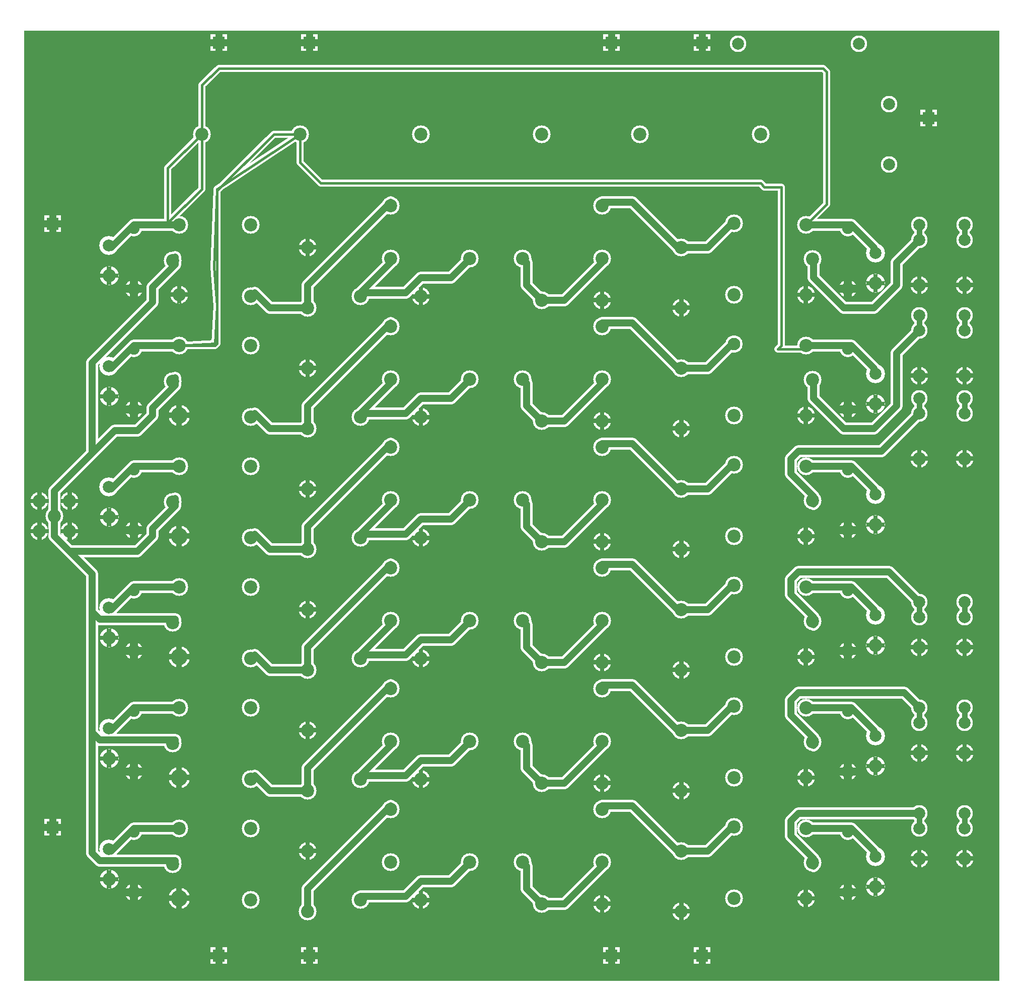
<source format=gbr>
%FSLAX34Y34*%
%MOMM*%
%LNCOPPER_BOTTOM*%
G71*
G01*
%ADD10C,3.000*%
%ADD11C,3.000*%
%ADD12C,2.900*%
%ADD13C,3.200*%
%ADD14C,2.700*%
%ADD15C,2.800*%
%ADD16C,2.900*%
%ADD17C,3.600*%
%ADD18C,3.000*%
%ADD19C,2.000*%
%ADD20C,1.200*%
%ADD21C,1.700*%
%ADD22C,0.733*%
%ADD23C,0.700*%
%ADD24C,1.380*%
%ADD25C,0.933*%
%ADD26C,1.193*%
%ADD27C,2.200*%
%ADD28C,0.144*%
%ADD29C,2.200*%
%ADD30C,2.100*%
%ADD31C,2.000*%
%ADD32C,1.900*%
%ADD33C,2.100*%
%ADD34C,2.800*%
%ADD35C,2.200*%
%ADD36C,0.400*%
%ADD37C,4.300*%
%ADD38C,0.900*%
%LPD*%
G36*
X-1504950Y428500D02*
X135050Y428500D01*
X135050Y-1171500D01*
X-1504950Y-1171500D01*
X-1504950Y428500D01*
G37*
%LPC*%
X-1028700Y63500D02*
G54D10*
D03*
X-1028700Y-38100D02*
G54D10*
D03*
X-889000Y44450D02*
G54D11*
D03*
X-889000Y133350D02*
G54D11*
D03*
X-838200Y-19050D02*
G54D10*
D03*
X-939800Y-19050D02*
G54D10*
D03*
X-755650Y44450D02*
G54D11*
D03*
X-666750Y44450D02*
G54D11*
D03*
X-533400Y-25400D02*
G54D10*
D03*
X-635000Y-25400D02*
G54D10*
D03*
X-533400Y44450D02*
G54D11*
D03*
X-533400Y133350D02*
G54D11*
D03*
X-400050Y63500D02*
G54D10*
D03*
X-400050Y-38100D02*
G54D10*
D03*
X-1123950Y-19050D02*
G54D11*
D03*
X-1244600Y-15876D02*
G54D11*
D03*
X-1123950Y101600D02*
G54D11*
D03*
X-1244600Y101600D02*
G54D11*
D03*
X-1255712Y41275D02*
G54D11*
D03*
X-311290Y104251D02*
G54D11*
D03*
X-190640Y101077D02*
G54D11*
D03*
X-311290Y-16399D02*
G54D11*
D03*
X-190640Y-16399D02*
G54D11*
D03*
X-179528Y43926D02*
G54D11*
D03*
X-1028700Y63500D02*
G54D11*
D03*
X-838200Y-19050D02*
G54D11*
D03*
X-533400Y-25400D02*
G54D11*
D03*
X-400050Y-38100D02*
G54D11*
D03*
X-1244600Y-15876D02*
G54D12*
D03*
X-1362592Y15962D02*
G54D13*
D03*
X-1362704Y66942D02*
G54D13*
D03*
X-1320477Y-6070D02*
G54D14*
D03*
X-1320477Y95530D02*
G54D14*
D03*
X-1320477Y-6070D02*
G54D15*
D03*
X-73542Y3262D02*
G54D13*
D03*
X-73654Y54242D02*
G54D13*
D03*
X-120327Y-6070D02*
G54D14*
D03*
X-120327Y95530D02*
G54D14*
D03*
X-120327Y-6070D02*
G54D15*
D03*
X-1320477Y-6070D02*
G54D11*
D03*
X-1362592Y15962D02*
G54D11*
D03*
X-120327Y-6070D02*
G54D11*
D03*
X-73542Y3262D02*
G54D11*
D03*
X-1028700Y-139700D02*
G54D10*
D03*
X-1028700Y-241300D02*
G54D10*
D03*
X-889000Y-158750D02*
G54D11*
D03*
X-889000Y-69850D02*
G54D11*
D03*
X-838200Y-222250D02*
G54D10*
D03*
X-939800Y-222250D02*
G54D10*
D03*
X-755650Y-158750D02*
G54D11*
D03*
X-666750Y-158750D02*
G54D11*
D03*
X-533400Y-228600D02*
G54D10*
D03*
X-635000Y-228600D02*
G54D10*
D03*
X-533400Y-158750D02*
G54D11*
D03*
X-533400Y-69850D02*
G54D11*
D03*
X-400050Y-139700D02*
G54D10*
D03*
X-400050Y-241300D02*
G54D10*
D03*
X-1123950Y-222250D02*
G54D11*
D03*
X-1244600Y-219076D02*
G54D11*
D03*
X-1123950Y-101600D02*
G54D11*
D03*
X-1244600Y-101600D02*
G54D11*
D03*
X-1255712Y-161925D02*
G54D11*
D03*
X-311290Y-98949D02*
G54D16*
D03*
X-190640Y-102123D02*
G54D11*
D03*
X-311290Y-219599D02*
G54D11*
D03*
X-190640Y-219599D02*
G54D11*
D03*
X-179527Y-159274D02*
G54D11*
D03*
X-1028700Y-139700D02*
G54D11*
D03*
X-838200Y-222250D02*
G54D11*
D03*
X-533400Y-228600D02*
G54D11*
D03*
X-400050Y-241300D02*
G54D11*
D03*
X-1244600Y-219076D02*
G54D17*
D03*
X-1362592Y-187238D02*
G54D13*
D03*
X-1362704Y-136258D02*
G54D13*
D03*
X-1320477Y-209270D02*
G54D14*
D03*
X-1320477Y-107670D02*
G54D14*
D03*
X-1320477Y-209270D02*
G54D15*
D03*
X-73542Y-199938D02*
G54D13*
D03*
X-73654Y-148958D02*
G54D13*
D03*
X-120327Y-209270D02*
G54D14*
D03*
X-120327Y-107670D02*
G54D14*
D03*
X-120327Y-209270D02*
G54D15*
D03*
X-1320477Y-209270D02*
G54D11*
D03*
X-1362592Y-187238D02*
G54D11*
D03*
X-120327Y-209270D02*
G54D11*
D03*
X-73542Y-199938D02*
G54D11*
D03*
X-1028700Y-342900D02*
G54D10*
D03*
X-1028700Y-444500D02*
G54D10*
D03*
X-889000Y-361950D02*
G54D11*
D03*
X-889000Y-273050D02*
G54D11*
D03*
X-838200Y-425450D02*
G54D10*
D03*
X-939800Y-425450D02*
G54D10*
D03*
X-755650Y-361950D02*
G54D11*
D03*
X-666750Y-361950D02*
G54D11*
D03*
X-533400Y-431800D02*
G54D10*
D03*
X-635000Y-431800D02*
G54D10*
D03*
X-533400Y-361950D02*
G54D11*
D03*
X-533400Y-273050D02*
G54D11*
D03*
X-400050Y-342900D02*
G54D10*
D03*
X-400050Y-444500D02*
G54D10*
D03*
X-1123950Y-425450D02*
G54D11*
D03*
X-1244600Y-422276D02*
G54D11*
D03*
X-1123950Y-304800D02*
G54D11*
D03*
X-1244600Y-304800D02*
G54D11*
D03*
X-1255712Y-365125D02*
G54D11*
D03*
X-311290Y-302149D02*
G54D11*
D03*
X-190640Y-305323D02*
G54D11*
D03*
X-311290Y-422799D02*
G54D11*
D03*
X-190640Y-422799D02*
G54D11*
D03*
X-179527Y-362474D02*
G54D11*
D03*
X-1028700Y-342900D02*
G54D11*
D03*
X-838200Y-425450D02*
G54D11*
D03*
X-533400Y-431800D02*
G54D11*
D03*
X-400050Y-444500D02*
G54D11*
D03*
X-1244600Y-422276D02*
G54D17*
D03*
X-1362592Y-390438D02*
G54D13*
D03*
X-1362704Y-339458D02*
G54D13*
D03*
X-1320477Y-412470D02*
G54D14*
D03*
X-1320477Y-310870D02*
G54D14*
D03*
X-1320477Y-412470D02*
G54D15*
D03*
X-73542Y-403138D02*
G54D13*
D03*
X-73654Y-352158D02*
G54D13*
D03*
X-120327Y-412470D02*
G54D14*
D03*
X-120327Y-310870D02*
G54D14*
D03*
X-120327Y-412470D02*
G54D15*
D03*
X-1320477Y-412470D02*
G54D11*
D03*
X-1362592Y-390438D02*
G54D11*
D03*
X-120327Y-412470D02*
G54D11*
D03*
X-73542Y-403138D02*
G54D11*
D03*
X-1028700Y-546100D02*
G54D10*
D03*
X-1028700Y-647700D02*
G54D10*
D03*
X-889000Y-565150D02*
G54D11*
D03*
X-889000Y-476250D02*
G54D11*
D03*
X-838200Y-628650D02*
G54D10*
D03*
X-939800Y-628650D02*
G54D10*
D03*
X-755650Y-565150D02*
G54D11*
D03*
X-666750Y-565150D02*
G54D11*
D03*
X-533400Y-635000D02*
G54D10*
D03*
X-635000Y-635000D02*
G54D10*
D03*
X-533400Y-565150D02*
G54D11*
D03*
X-533400Y-476250D02*
G54D11*
D03*
X-400050Y-546100D02*
G54D10*
D03*
X-400050Y-647700D02*
G54D10*
D03*
X-1123950Y-628650D02*
G54D11*
D03*
X-1244600Y-625476D02*
G54D11*
D03*
X-1123950Y-508000D02*
G54D11*
D03*
X-1244600Y-508000D02*
G54D11*
D03*
X-1255712Y-568325D02*
G54D11*
D03*
X-311290Y-505348D02*
G54D11*
D03*
X-190640Y-508523D02*
G54D11*
D03*
X-311290Y-625999D02*
G54D11*
D03*
X-190640Y-625999D02*
G54D11*
D03*
X-179527Y-565674D02*
G54D11*
D03*
X-1028700Y-546100D02*
G54D11*
D03*
X-838200Y-628650D02*
G54D11*
D03*
X-533400Y-635000D02*
G54D11*
D03*
X-400050Y-647700D02*
G54D11*
D03*
X-1244600Y-625476D02*
G54D17*
D03*
X-1362592Y-593638D02*
G54D13*
D03*
X-1362704Y-542658D02*
G54D13*
D03*
X-1320477Y-615670D02*
G54D14*
D03*
X-1320477Y-514070D02*
G54D14*
D03*
X-1320477Y-615670D02*
G54D15*
D03*
X-73542Y-606338D02*
G54D13*
D03*
X-73654Y-555358D02*
G54D13*
D03*
X-120327Y-615670D02*
G54D14*
D03*
X-120327Y-514070D02*
G54D14*
D03*
X-120327Y-615670D02*
G54D15*
D03*
X-1320477Y-615670D02*
G54D11*
D03*
X-1362592Y-593638D02*
G54D11*
D03*
X-120327Y-615670D02*
G54D11*
D03*
X-73542Y-606338D02*
G54D11*
D03*
X-1028700Y-749300D02*
G54D10*
D03*
X-1028700Y-850900D02*
G54D10*
D03*
X-889000Y-768350D02*
G54D11*
D03*
X-889000Y-679450D02*
G54D11*
D03*
X-838200Y-831850D02*
G54D10*
D03*
X-939800Y-831850D02*
G54D10*
D03*
X-755650Y-768350D02*
G54D11*
D03*
X-666750Y-768350D02*
G54D11*
D03*
X-533400Y-838200D02*
G54D10*
D03*
X-635000Y-838200D02*
G54D10*
D03*
X-533400Y-768350D02*
G54D11*
D03*
X-533400Y-679450D02*
G54D11*
D03*
X-400050Y-749300D02*
G54D10*
D03*
X-400050Y-850900D02*
G54D10*
D03*
X-1123950Y-831850D02*
G54D11*
D03*
X-1244600Y-828676D02*
G54D11*
D03*
X-1123950Y-711200D02*
G54D11*
D03*
X-1244600Y-711200D02*
G54D11*
D03*
X-1255712Y-771525D02*
G54D11*
D03*
X-311290Y-708548D02*
G54D11*
D03*
X-190640Y-711723D02*
G54D11*
D03*
X-311290Y-829199D02*
G54D11*
D03*
X-190640Y-829199D02*
G54D11*
D03*
X-179527Y-768874D02*
G54D11*
D03*
X-1028700Y-749300D02*
G54D11*
D03*
X-838200Y-831850D02*
G54D11*
D03*
X-533400Y-838200D02*
G54D11*
D03*
X-400050Y-850900D02*
G54D11*
D03*
X-1244600Y-828676D02*
G54D17*
D03*
X-1362592Y-796838D02*
G54D13*
D03*
X-1362704Y-745858D02*
G54D13*
D03*
X-1320477Y-818870D02*
G54D14*
D03*
X-1320477Y-717270D02*
G54D14*
D03*
X-1320477Y-818870D02*
G54D15*
D03*
X-73542Y-809538D02*
G54D13*
D03*
X-73654Y-758558D02*
G54D13*
D03*
X-120327Y-818870D02*
G54D14*
D03*
X-120327Y-717270D02*
G54D14*
D03*
X-120327Y-818870D02*
G54D15*
D03*
X-1320477Y-818870D02*
G54D11*
D03*
X-1362592Y-796838D02*
G54D11*
D03*
X-120327Y-818870D02*
G54D11*
D03*
X-73542Y-809538D02*
G54D11*
D03*
X-1028700Y-952500D02*
G54D10*
D03*
X-1028700Y-1054100D02*
G54D10*
D03*
X-889000Y-971550D02*
G54D11*
D03*
X-889000Y-882650D02*
G54D11*
D03*
X-838200Y-1035050D02*
G54D10*
D03*
X-939800Y-1035050D02*
G54D10*
D03*
X-755650Y-971550D02*
G54D11*
D03*
X-666750Y-971550D02*
G54D11*
D03*
X-533400Y-1041400D02*
G54D10*
D03*
X-635000Y-1041400D02*
G54D10*
D03*
X-533400Y-971550D02*
G54D11*
D03*
X-533400Y-882650D02*
G54D11*
D03*
X-400050Y-952500D02*
G54D10*
D03*
X-400050Y-1054100D02*
G54D10*
D03*
X-1123950Y-1035050D02*
G54D11*
D03*
X-1244600Y-1031876D02*
G54D11*
D03*
X-1123950Y-914400D02*
G54D11*
D03*
X-1244600Y-914400D02*
G54D11*
D03*
X-1255712Y-974725D02*
G54D11*
D03*
X-311290Y-911748D02*
G54D11*
D03*
X-190640Y-914923D02*
G54D11*
D03*
X-311290Y-1032399D02*
G54D11*
D03*
X-190640Y-1032399D02*
G54D11*
D03*
X-179527Y-972074D02*
G54D11*
D03*
X-1028700Y-952500D02*
G54D11*
D03*
X-838200Y-1035050D02*
G54D11*
D03*
X-533400Y-1041400D02*
G54D11*
D03*
X-400050Y-1054100D02*
G54D11*
D03*
X-1244600Y-1031876D02*
G54D17*
D03*
X-1362592Y-1000038D02*
G54D13*
D03*
X-1362704Y-949058D02*
G54D13*
D03*
X-1320477Y-1022070D02*
G54D14*
D03*
X-1320477Y-920470D02*
G54D14*
D03*
X-1320477Y-1022070D02*
G54D15*
D03*
X-73542Y-1012738D02*
G54D13*
D03*
X-73654Y-961758D02*
G54D13*
D03*
X-120327Y-1022070D02*
G54D14*
D03*
X-120327Y-920470D02*
G54D14*
D03*
X-120327Y-1022070D02*
G54D15*
D03*
X-1320477Y-1022070D02*
G54D11*
D03*
X-1362592Y-1000038D02*
G54D11*
D03*
X-120327Y-1022070D02*
G54D11*
D03*
X-73542Y-1012738D02*
G54D11*
D03*
X-1206500Y254000D02*
G54D18*
D03*
X-635000Y254000D02*
G54D18*
D03*
X-469900Y254000D02*
G54D18*
D03*
X-266700Y254000D02*
G54D18*
D03*
X-1041400Y254000D02*
G54D18*
D03*
X-838200Y254000D02*
G54D18*
D03*
G54D19*
X-1320477Y95530D02*
X-1320800Y101600D01*
X-1244600Y101600D01*
G54D19*
X-1123950Y-19050D02*
X-1117600Y-12700D01*
X-1092200Y-38100D01*
X-1028700Y-38100D01*
G54D19*
X-889000Y133350D02*
X-889000Y139700D01*
X-1028700Y0D01*
X-1028700Y-38100D01*
G54D19*
X-939800Y-19050D02*
X-939800Y-12700D01*
X-889000Y38100D01*
X-889000Y44450D01*
G54D19*
X-755650Y44450D02*
X-762000Y38100D01*
X-787400Y12700D01*
X-838200Y12700D01*
X-863600Y-12700D01*
X-939800Y-12700D01*
X-939800Y-19050D01*
G54D19*
X-635000Y-25400D02*
X-660400Y0D01*
X-660400Y38100D01*
X-666750Y44450D01*
G54D19*
X-533400Y44450D02*
X-533400Y38100D01*
X-596900Y-25400D01*
X-635000Y-25400D01*
G54D19*
X-400050Y63500D02*
X-406400Y63500D01*
X-482600Y139700D01*
X-533400Y139700D01*
X-533400Y133350D01*
G54D19*
X-311290Y104251D02*
X-317500Y101600D01*
X-355600Y63500D01*
X-406400Y63500D01*
X-400050Y63500D01*
G54D19*
X-120327Y95530D02*
X-114300Y101600D01*
X-190500Y101600D01*
X-190640Y101077D01*
G54D19*
X-120327Y95530D02*
X-114300Y101600D01*
X-76200Y63500D01*
X-76200Y50800D01*
X-73654Y54242D01*
G54D19*
X-120327Y-107670D02*
X-114300Y-101600D01*
X-190500Y-101600D01*
X-190640Y-102123D01*
G54D19*
X-120327Y-107670D02*
X-114300Y-101600D01*
X-76200Y-139700D01*
X-76200Y-152400D01*
X-73654Y-148958D01*
G54D19*
X-120327Y-310870D02*
X-114300Y-304800D01*
X-190500Y-304800D01*
X-190640Y-305323D01*
G54D19*
X-120327Y-310870D02*
X-114300Y-304800D01*
X-76200Y-342900D01*
X-76200Y-355600D01*
X-73654Y-352158D01*
G54D19*
X-120327Y-514070D02*
X-114300Y-508000D01*
X-190500Y-508000D01*
X-190640Y-508523D01*
G54D19*
X-120327Y-514070D02*
X-114300Y-508000D01*
X-76200Y-546100D01*
X-76200Y-558800D01*
X-73654Y-555358D01*
G54D19*
X-120327Y-717270D02*
X-114300Y-711200D01*
X-190500Y-711200D01*
X-190640Y-711723D01*
G54D19*
X-120327Y-717270D02*
X-114300Y-711200D01*
X-76200Y-749300D01*
X-76200Y-762000D01*
X-73654Y-758558D01*
G54D19*
X-1320477Y95530D02*
X-1320800Y101600D01*
X-1358900Y63500D01*
X-1362704Y66942D01*
G54D19*
X-1320477Y-107670D02*
X-1320800Y-101600D01*
X-1358900Y-139700D01*
X-1362704Y-136258D01*
G54D19*
X-1320477Y-107670D02*
X-1320800Y-101600D01*
X-1244600Y-101600D01*
G54D19*
X-889000Y-69850D02*
X-889000Y-63500D01*
X-1028700Y-203200D01*
X-1028700Y-241300D01*
G54D19*
X-1123950Y-222250D02*
X-1117600Y-215900D01*
X-1092200Y-241300D01*
X-1028700Y-241300D01*
G54D19*
X-939800Y-222250D02*
X-939800Y-215900D01*
X-889000Y-165100D01*
X-889000Y-158750D01*
G54D19*
X-755650Y-158750D02*
X-762000Y-165100D01*
X-787400Y-190500D01*
X-838200Y-190500D01*
X-863600Y-215900D01*
X-939800Y-215900D01*
X-939800Y-222250D01*
G54D19*
X-635000Y-228600D02*
X-660400Y-203200D01*
X-660400Y-165100D01*
X-666750Y-158750D01*
G54D19*
X-533400Y-158750D02*
X-533400Y-165100D01*
X-596900Y-228600D01*
X-635000Y-228600D01*
G54D19*
X-400050Y-139700D02*
X-406400Y-139700D01*
X-482600Y-63500D01*
X-533400Y-63500D01*
X-533400Y-69850D01*
G54D19*
X-400050Y-342900D02*
X-406400Y-342900D01*
X-482600Y-266700D01*
X-533400Y-266700D01*
X-533400Y-273050D01*
G54D19*
X-1320477Y-310870D02*
X-1320800Y-304800D01*
X-1244600Y-304800D01*
G54D19*
X-1320477Y-310870D02*
X-1320800Y-304800D01*
X-1358900Y-342900D01*
X-1362704Y-339458D01*
G54D19*
X-1123950Y-425450D02*
X-1117600Y-419100D01*
X-1092200Y-444500D01*
X-1028700Y-444500D01*
G54D19*
X-889000Y-273050D02*
X-889000Y-266700D01*
X-1028700Y-406400D01*
X-1028700Y-444500D01*
G54D19*
X-939800Y-425450D02*
X-939800Y-419100D01*
X-889000Y-368300D01*
X-889000Y-361950D01*
G54D19*
X-755650Y-361950D02*
X-762000Y-368300D01*
X-787400Y-393700D01*
X-838200Y-393700D01*
X-863600Y-419100D01*
X-939800Y-419100D01*
X-939800Y-425450D01*
G54D19*
X-635000Y-431800D02*
X-660400Y-406400D01*
X-660400Y-368300D01*
X-666750Y-361950D01*
G54D19*
X-533400Y-361950D02*
X-533400Y-368300D01*
X-596900Y-431800D01*
X-635000Y-431800D01*
G54D19*
X-311290Y-302149D02*
X-317500Y-304800D01*
X-355600Y-342900D01*
X-406400Y-342900D01*
X-400050Y-342900D01*
G54D19*
X-311290Y-505349D02*
X-317500Y-508000D01*
X-355600Y-546100D01*
X-406400Y-546100D01*
X-400050Y-546100D01*
G54D19*
X-400050Y-546100D02*
X-406400Y-546100D01*
X-482600Y-469900D01*
X-533400Y-469900D01*
X-533400Y-476250D01*
G54D19*
X-533400Y-565150D02*
X-533400Y-571500D01*
X-596900Y-635000D01*
X-635000Y-635000D01*
G54D19*
X-635000Y-635000D02*
X-660400Y-609600D01*
X-660400Y-571500D01*
X-666750Y-565150D01*
G54D19*
X-755650Y-565150D02*
X-762000Y-571500D01*
X-787400Y-596900D01*
X-838200Y-596900D01*
X-863600Y-622300D01*
X-939800Y-622300D01*
X-939800Y-628650D01*
G54D19*
X-939800Y-628650D02*
X-939800Y-622300D01*
X-889000Y-571500D01*
X-889000Y-565150D01*
G54D19*
X-889000Y-476250D02*
X-889000Y-469900D01*
X-1028700Y-609600D01*
X-1028700Y-647700D01*
G54D19*
X-1320477Y-514070D02*
X-1320800Y-508000D01*
X-1244600Y-508000D01*
G54D19*
X-1320477Y-514070D02*
X-1320800Y-508000D01*
X-1358900Y-546100D01*
X-1362704Y-542658D01*
G54D19*
X-1320477Y-717270D02*
X-1320800Y-711200D01*
X-1358900Y-749300D01*
X-1362704Y-745858D01*
G54D19*
X-1320477Y-717270D02*
X-1320800Y-711200D01*
X-1244600Y-711200D01*
G54D19*
X-1123950Y-628650D02*
X-1117600Y-622300D01*
X-1092200Y-647700D01*
X-1028700Y-647700D01*
G54D19*
X-889000Y-679450D02*
X-889000Y-673100D01*
X-1028700Y-812800D01*
X-1028700Y-850900D01*
G54D19*
X-1123950Y-831850D02*
X-1117600Y-825500D01*
X-1092200Y-850900D01*
X-1028700Y-850900D01*
G54D19*
X-939800Y-831850D02*
X-939800Y-825500D01*
X-889000Y-774700D01*
X-889000Y-768350D01*
G54D19*
X-755650Y-768350D02*
X-762000Y-774700D01*
X-787400Y-800100D01*
X-838200Y-800100D01*
X-863600Y-825500D01*
X-939800Y-825500D01*
X-939800Y-831850D01*
G54D19*
X-635000Y-838200D02*
X-660400Y-812800D01*
X-660400Y-774700D01*
X-666750Y-768350D01*
G54D19*
X-533400Y-768350D02*
X-533400Y-774700D01*
X-596900Y-838200D01*
X-635000Y-838200D01*
G54D19*
X-400050Y-749300D02*
X-406400Y-749300D01*
X-482600Y-673100D01*
X-533400Y-673100D01*
X-533400Y-679450D01*
G54D19*
X-311290Y-708549D02*
X-317500Y-711200D01*
X-355600Y-749300D01*
X-406400Y-749300D01*
X-400050Y-749300D01*
G54D19*
X-311290Y-911749D02*
X-317500Y-914400D01*
X-355600Y-952500D01*
X-406400Y-952500D01*
X-400050Y-952500D01*
G54D19*
X-400050Y-952500D02*
X-406400Y-952500D01*
X-482600Y-876300D01*
X-533400Y-876300D01*
X-533400Y-882650D01*
G54D19*
X-533400Y-971550D02*
X-533400Y-977900D01*
X-596900Y-1041400D01*
X-635000Y-1041400D01*
G54D19*
X-635000Y-1041400D02*
X-660400Y-1016000D01*
X-660400Y-977900D01*
X-666750Y-971550D01*
G54D19*
X-755650Y-971550D02*
X-762000Y-977900D01*
X-787400Y-1003300D01*
X-838200Y-1003300D01*
X-863600Y-1028700D01*
X-939800Y-1028700D01*
X-939800Y-1035050D01*
G54D19*
X-889000Y-882650D02*
X-889000Y-876300D01*
X-1028700Y-1016000D01*
X-1028700Y-1054100D01*
G54D19*
X-1320477Y-920470D02*
X-1320800Y-914400D01*
X-1244600Y-914400D01*
G54D19*
X-1320477Y-920470D02*
X-1320800Y-914400D01*
X-1358900Y-952500D01*
X-1362704Y-949058D01*
G54D19*
X-120327Y-920470D02*
X-114300Y-914400D01*
X-190500Y-914400D01*
X-190640Y-914923D01*
G54D19*
X-120327Y-920470D02*
X-114300Y-914400D01*
X-76200Y-952500D01*
X-76200Y-965200D01*
X-73654Y-961758D01*
G54D19*
X-311290Y-98949D02*
X-317500Y-101600D01*
X-355600Y-139700D01*
X-406400Y-139700D01*
X-400050Y-139700D01*
G54D20*
X-1206500Y254000D02*
X-1206500Y161800D01*
X-1263650Y104650D01*
X-1263650Y196850D01*
X-1206500Y254000D01*
X-1206500Y336425D01*
X-1177925Y365000D01*
X-161925Y365000D01*
X-155575Y358650D01*
X-155575Y136142D01*
X-190640Y101077D01*
G54D20*
X-1041400Y254000D02*
X-1085725Y254000D01*
X-1181100Y158625D01*
X-1181100Y-98550D01*
X-1184275Y-101725D01*
X-1244600Y-101600D01*
X-1184275Y-98550D01*
X-1181100Y-35050D01*
X-1185862Y30100D01*
X-1181100Y161925D01*
X-1041400Y254000D01*
X-1041400Y206250D01*
X-1006475Y171325D01*
X-266700Y171325D01*
X-260350Y164975D01*
X-231775Y164975D01*
X-231775Y-101725D01*
X-238125Y-108075D01*
X-196592Y-108075D01*
X-190640Y-102123D01*
X-1479575Y-363562D02*
G54D11*
D03*
X-1428775Y-363562D02*
G54D11*
D03*
X-1454175Y-388962D02*
G54D11*
D03*
X-1428775Y-414362D02*
G54D11*
D03*
X-1479575Y-414362D02*
G54D11*
D03*
G54D19*
X-1454175Y-388962D02*
X-1454150Y-384300D01*
X-1454150Y-346200D01*
X-1390650Y-282700D01*
X-1390650Y-130300D01*
X-1289050Y-28700D01*
X-1289050Y-3300D01*
X-1250950Y34800D01*
X-1250950Y47500D01*
X-1255712Y41275D01*
G54D19*
X-1454175Y-388962D02*
X-1454150Y-384300D01*
X-1454150Y-346200D01*
X-1352550Y-244600D01*
X-1314450Y-244600D01*
X-1289050Y-219200D01*
X-1289050Y-206500D01*
X-1250950Y-168400D01*
X-1250950Y-155700D01*
X-1255712Y-161925D01*
G54D19*
X-1454175Y-388962D02*
X-1454150Y-384300D01*
X-1454150Y-422400D01*
X-1428750Y-447800D01*
X-1314450Y-447800D01*
X-1289050Y-422400D01*
X-1289050Y-409700D01*
X-1250950Y-371600D01*
X-1250950Y-358900D01*
X-1255712Y-365125D01*
G54D19*
X-1454175Y-388962D02*
X-1454150Y-384300D01*
X-1454150Y-422400D01*
X-1390650Y-485900D01*
X-1390650Y-549400D01*
X-1377950Y-562100D01*
X-1250950Y-562100D01*
X-1255712Y-568325D01*
G54D19*
X-1454175Y-388962D02*
X-1454150Y-384300D01*
X-1454150Y-422400D01*
X-1390650Y-485900D01*
X-1390650Y-752600D01*
X-1377950Y-765300D01*
X-1250950Y-765300D01*
X-1255712Y-771525D01*
G54D19*
X-1454175Y-388962D02*
X-1454150Y-384300D01*
X-1454150Y-422400D01*
X-1390650Y-485900D01*
X-1390650Y-955800D01*
X-1377950Y-968500D01*
X-1250950Y-968500D01*
X-1255712Y-974725D01*
G36*
X-1191950Y422000D02*
X-1163950Y422000D01*
X-1163950Y394000D01*
X-1191950Y394000D01*
X-1191950Y422000D01*
G37*
G36*
X-1039550Y422000D02*
X-1011550Y422000D01*
X-1011550Y394000D01*
X-1039550Y394000D01*
X-1039550Y422000D01*
G37*
G36*
X-531550Y422000D02*
X-503550Y422000D01*
X-503550Y394000D01*
X-531550Y394000D01*
X-531550Y422000D01*
G37*
G36*
X-379150Y422000D02*
X-351150Y422000D01*
X-351150Y394000D01*
X-379150Y394000D01*
X-379150Y422000D01*
G37*
G36*
X-1191950Y-1114700D02*
X-1163950Y-1114700D01*
X-1163950Y-1142700D01*
X-1191950Y-1142700D01*
X-1191950Y-1114700D01*
G37*
G36*
X-1039550Y-1114700D02*
X-1011550Y-1114700D01*
X-1011550Y-1142700D01*
X-1039550Y-1142700D01*
X-1039550Y-1114700D01*
G37*
G36*
X-531550Y-1114700D02*
X-503550Y-1114700D01*
X-503550Y-1142700D01*
X-531550Y-1142700D01*
X-531550Y-1114700D01*
G37*
G36*
X-379150Y-1114700D02*
X-351150Y-1114700D01*
X-351150Y-1142700D01*
X-379150Y-1142700D01*
X-379150Y-1114700D01*
G37*
G36*
X1850Y295000D02*
X29850Y295000D01*
X29850Y267000D01*
X1850Y267000D01*
X1850Y295000D01*
G37*
G36*
X-1471350Y-898800D02*
X-1443350Y-898800D01*
X-1443350Y-926800D01*
X-1471350Y-926800D01*
X-1471350Y-898800D01*
G37*
G36*
X-1471350Y117200D02*
X-1443350Y117200D01*
X-1443350Y89200D01*
X-1471350Y89200D01*
X-1471350Y117200D01*
G37*
X-304800Y406400D02*
G54D15*
D03*
X-101600Y406400D02*
G54D15*
D03*
X0Y-76200D02*
G54D15*
D03*
X76200Y-76200D02*
G54D15*
D03*
X-50800Y304800D02*
G54D15*
D03*
X-50800Y203200D02*
G54D15*
D03*
X0Y-76200D02*
G54D15*
D03*
X0Y-152400D02*
G54D15*
D03*
X76200Y-76200D02*
G54D15*
D03*
X76200Y-152400D02*
G54D15*
D03*
X0Y-152400D02*
G54D11*
D03*
X76200Y-152400D02*
G54D11*
D03*
X0Y-215900D02*
G54D15*
D03*
X76200Y-215900D02*
G54D15*
D03*
X0Y-215900D02*
G54D15*
D03*
X0Y-292100D02*
G54D15*
D03*
X76200Y-215900D02*
G54D15*
D03*
X76200Y-292100D02*
G54D15*
D03*
X0Y-292100D02*
G54D11*
D03*
X76200Y-292100D02*
G54D11*
D03*
X0Y76200D02*
G54D15*
D03*
X76200Y76200D02*
G54D15*
D03*
X0Y76200D02*
G54D15*
D03*
X0Y0D02*
G54D15*
D03*
X76200Y76200D02*
G54D15*
D03*
X76200Y0D02*
G54D15*
D03*
X0Y0D02*
G54D11*
D03*
X76200Y0D02*
G54D11*
D03*
X0Y-533400D02*
G54D15*
D03*
X76200Y-533400D02*
G54D15*
D03*
X0Y-533400D02*
G54D15*
D03*
X0Y-609600D02*
G54D15*
D03*
X76200Y-533400D02*
G54D15*
D03*
X76200Y-609600D02*
G54D15*
D03*
X0Y-609600D02*
G54D11*
D03*
X76200Y-609600D02*
G54D11*
D03*
X0Y-711200D02*
G54D15*
D03*
X76200Y-711200D02*
G54D15*
D03*
X0Y-711200D02*
G54D15*
D03*
X0Y-787400D02*
G54D15*
D03*
X76200Y-711200D02*
G54D15*
D03*
X76200Y-787400D02*
G54D15*
D03*
X0Y-787400D02*
G54D11*
D03*
X76200Y-787400D02*
G54D11*
D03*
X0Y-889000D02*
G54D15*
D03*
X76200Y-889000D02*
G54D15*
D03*
X0Y-889000D02*
G54D15*
D03*
X0Y-965200D02*
G54D15*
D03*
X76200Y-889000D02*
G54D15*
D03*
X76200Y-965200D02*
G54D15*
D03*
X0Y-965200D02*
G54D11*
D03*
X76200Y-965200D02*
G54D11*
D03*
G54D19*
X0Y76200D02*
X-38100Y38100D01*
X-38100Y0D01*
X-76200Y-38100D01*
X-127000Y-38100D01*
X-177800Y12700D01*
X-177800Y38100D01*
X-179528Y43926D01*
G54D19*
X0Y-76200D02*
X-38100Y-114300D01*
X-38100Y-203200D01*
X-76200Y-241300D01*
X-127000Y-241300D01*
X-177800Y-190500D01*
X-177800Y-165100D01*
X-179527Y-159274D01*
G54D19*
X0Y-215900D02*
X-63500Y-279400D01*
X-203200Y-279400D01*
X-215900Y-292100D01*
X-215900Y-317500D01*
X-177800Y-355600D01*
X-177800Y-368300D01*
X-179527Y-362474D01*
G54D19*
X0Y-533400D02*
X-50800Y-482600D01*
X-203200Y-482600D01*
X-215900Y-495300D01*
X-215900Y-520700D01*
X-177800Y-558800D01*
X-177800Y-571500D01*
X-179527Y-565674D01*
G54D19*
X0Y-711200D02*
X-25400Y-685800D01*
X-203200Y-685800D01*
X-215900Y-698500D01*
X-215900Y-723900D01*
X-177800Y-762000D01*
X-177800Y-774700D01*
X-179527Y-768874D01*
G54D19*
X0Y-889000D02*
X-203200Y-889000D01*
X-215900Y-901700D01*
X-215900Y-927100D01*
X-177800Y-965200D01*
X-177800Y-977900D01*
X-179527Y-972074D01*
X0Y101600D02*
G54D15*
D03*
X76200Y101600D02*
G54D15*
D03*
X0Y-50800D02*
G54D15*
D03*
X76200Y-50800D02*
G54D15*
D03*
X0Y-190500D02*
G54D15*
D03*
X76200Y-190500D02*
G54D15*
D03*
X0Y-558800D02*
G54D15*
D03*
X76200Y-558800D02*
G54D15*
D03*
X0Y-736600D02*
G54D15*
D03*
X76200Y-736600D02*
G54D15*
D03*
X0Y-914400D02*
G54D15*
D03*
X76200Y-914400D02*
G54D15*
D03*
G54D21*
X0Y101600D02*
X0Y76200D01*
G54D21*
X76200Y101600D02*
X76200Y76200D01*
G54D21*
X0Y-50800D02*
X0Y-76200D01*
G54D21*
X76200Y-50800D02*
X76200Y-76200D01*
G54D21*
X0Y-190500D02*
X0Y-215900D01*
G54D21*
X76200Y-190500D02*
X76200Y-215900D01*
G54D21*
X0Y-558800D02*
X0Y-533400D01*
G54D21*
X76200Y-558800D02*
X76200Y-533400D01*
G54D21*
X0Y-736600D02*
X0Y-711200D01*
G54D21*
X76200Y-736600D02*
X76200Y-711200D01*
G54D21*
X0Y-914400D02*
X0Y-889000D01*
G54D21*
X76200Y-914400D02*
X76200Y-889000D01*
%LPD*%
G54D22*
G36*
X-194307Y-16399D02*
X-194307Y-899D01*
X-186973Y-899D01*
X-186973Y-16399D01*
X-194307Y-16399D01*
G37*
G36*
X-190640Y-12732D02*
X-175140Y-12732D01*
X-175140Y-20066D01*
X-190640Y-20066D01*
X-190640Y-12732D01*
G37*
G36*
X-186973Y-16399D02*
X-186973Y-31899D01*
X-194307Y-31899D01*
X-194307Y-16399D01*
X-186973Y-16399D01*
G37*
G36*
X-190640Y-20066D02*
X-206140Y-20066D01*
X-206140Y-12732D01*
X-190640Y-12732D01*
X-190640Y-20066D01*
G37*
G54D22*
G36*
X-1032367Y63500D02*
X-1032367Y79000D01*
X-1025033Y79000D01*
X-1025033Y63500D01*
X-1032367Y63500D01*
G37*
G36*
X-1028700Y67167D02*
X-1013200Y67167D01*
X-1013200Y59833D01*
X-1028700Y59833D01*
X-1028700Y67167D01*
G37*
G36*
X-1025033Y63500D02*
X-1025033Y48000D01*
X-1032367Y48000D01*
X-1032367Y63500D01*
X-1025033Y63500D01*
G37*
G36*
X-1028700Y59833D02*
X-1044200Y59833D01*
X-1044200Y67167D01*
X-1028700Y67167D01*
X-1028700Y59833D01*
G37*
G54D22*
G36*
X-841867Y-19050D02*
X-841867Y-3550D01*
X-834533Y-3550D01*
X-834533Y-19050D01*
X-841867Y-19050D01*
G37*
G36*
X-838200Y-15383D02*
X-822700Y-15383D01*
X-822700Y-22717D01*
X-838200Y-22717D01*
X-838200Y-15383D01*
G37*
G36*
X-834533Y-19050D02*
X-834533Y-34550D01*
X-841867Y-34550D01*
X-841867Y-19050D01*
X-834533Y-19050D01*
G37*
G36*
X-838200Y-22717D02*
X-853700Y-22717D01*
X-853700Y-15383D01*
X-838200Y-15383D01*
X-838200Y-22717D01*
G37*
G54D22*
G36*
X-537067Y-25400D02*
X-537067Y-9900D01*
X-529733Y-9900D01*
X-529733Y-25400D01*
X-537067Y-25400D01*
G37*
G36*
X-533400Y-21733D02*
X-517900Y-21733D01*
X-517900Y-29067D01*
X-533400Y-29067D01*
X-533400Y-21733D01*
G37*
G36*
X-529733Y-25400D02*
X-529733Y-40900D01*
X-537067Y-40900D01*
X-537067Y-25400D01*
X-529733Y-25400D01*
G37*
G36*
X-533400Y-29067D02*
X-548900Y-29067D01*
X-548900Y-21733D01*
X-533400Y-21733D01*
X-533400Y-29067D01*
G37*
G54D22*
G36*
X-403717Y-38100D02*
X-403717Y-22600D01*
X-396383Y-22600D01*
X-396383Y-38100D01*
X-403717Y-38100D01*
G37*
G36*
X-400050Y-34433D02*
X-384550Y-34433D01*
X-384550Y-41767D01*
X-400050Y-41767D01*
X-400050Y-34433D01*
G37*
G36*
X-396383Y-38100D02*
X-396383Y-53600D01*
X-403717Y-53600D01*
X-403717Y-38100D01*
X-396383Y-38100D01*
G37*
G36*
X-400050Y-41767D02*
X-415550Y-41767D01*
X-415550Y-34433D01*
X-400050Y-34433D01*
X-400050Y-41767D01*
G37*
G54D23*
G36*
X-1248100Y-15876D02*
X-1248100Y-876D01*
X-1241100Y-876D01*
X-1241100Y-15876D01*
X-1248100Y-15876D01*
G37*
G36*
X-1244600Y-12376D02*
X-1229600Y-12376D01*
X-1229600Y-19376D01*
X-1244600Y-19376D01*
X-1244600Y-12376D01*
G37*
G36*
X-1241100Y-15876D02*
X-1241100Y-30876D01*
X-1248100Y-30876D01*
X-1248100Y-15876D01*
X-1241100Y-15876D01*
G37*
G36*
X-1244600Y-19376D02*
X-1259600Y-19376D01*
X-1259600Y-12376D01*
X-1244600Y-12376D01*
X-1244600Y-19376D01*
G37*
G54D24*
G36*
X-1320477Y830D02*
X-1305977Y830D01*
X-1305977Y-12970D01*
X-1320477Y-12970D01*
X-1320477Y830D01*
G37*
G36*
X-1313577Y-6070D02*
X-1313577Y-20570D01*
X-1327377Y-20570D01*
X-1327377Y-6070D01*
X-1313577Y-6070D01*
G37*
G36*
X-1320477Y-12970D02*
X-1334977Y-12970D01*
X-1334977Y830D01*
X-1320477Y830D01*
X-1320477Y-12970D01*
G37*
G36*
X-1327377Y-6070D02*
X-1327377Y8430D01*
X-1313577Y8430D01*
X-1313577Y-6070D01*
X-1327377Y-6070D01*
G37*
G54D24*
G36*
X-120327Y830D02*
X-105827Y830D01*
X-105827Y-12970D01*
X-120327Y-12970D01*
X-120327Y830D01*
G37*
G36*
X-113427Y-6070D02*
X-113427Y-20570D01*
X-127227Y-20570D01*
X-127227Y-6070D01*
X-113427Y-6070D01*
G37*
G36*
X-120327Y-12970D02*
X-134827Y-12970D01*
X-134827Y830D01*
X-120327Y830D01*
X-120327Y-12970D01*
G37*
G36*
X-127227Y-6070D02*
X-127227Y8430D01*
X-113427Y8430D01*
X-113427Y-6070D01*
X-127227Y-6070D01*
G37*
G54D22*
G36*
X-1324144Y-6070D02*
X-1324144Y9430D01*
X-1316810Y9430D01*
X-1316810Y-6070D01*
X-1324144Y-6070D01*
G37*
G36*
X-1320477Y-2403D02*
X-1304977Y-2403D01*
X-1304977Y-9736D01*
X-1320477Y-9736D01*
X-1320477Y-2403D01*
G37*
G36*
X-1316810Y-6070D02*
X-1316810Y-21570D01*
X-1324144Y-21570D01*
X-1324144Y-6070D01*
X-1316810Y-6070D01*
G37*
G36*
X-1320477Y-9736D02*
X-1335977Y-9736D01*
X-1335977Y-2403D01*
X-1320477Y-2403D01*
X-1320477Y-9736D01*
G37*
G54D22*
G36*
X-1366258Y15962D02*
X-1366258Y31462D01*
X-1358925Y31462D01*
X-1358925Y15962D01*
X-1366258Y15962D01*
G37*
G36*
X-1362592Y19628D02*
X-1347092Y19628D01*
X-1347092Y12295D01*
X-1362592Y12295D01*
X-1362592Y19628D01*
G37*
G36*
X-1358925Y15962D02*
X-1358925Y462D01*
X-1366258Y462D01*
X-1366258Y15962D01*
X-1358925Y15962D01*
G37*
G36*
X-1362592Y12295D02*
X-1378092Y12295D01*
X-1378092Y19628D01*
X-1362592Y19628D01*
X-1362592Y12295D01*
G37*
G54D22*
G36*
X-123994Y-6070D02*
X-123994Y9430D01*
X-116660Y9430D01*
X-116660Y-6070D01*
X-123994Y-6070D01*
G37*
G36*
X-120327Y-2403D02*
X-104827Y-2403D01*
X-104827Y-9736D01*
X-120327Y-9736D01*
X-120327Y-2403D01*
G37*
G36*
X-116660Y-6070D02*
X-116660Y-21570D01*
X-123994Y-21570D01*
X-123994Y-6070D01*
X-116660Y-6070D01*
G37*
G36*
X-120327Y-9736D02*
X-135827Y-9736D01*
X-135827Y-2403D01*
X-120327Y-2403D01*
X-120327Y-9736D01*
G37*
G54D22*
G36*
X-77208Y3262D02*
X-77208Y18762D01*
X-69875Y18762D01*
X-69875Y3262D01*
X-77208Y3262D01*
G37*
G36*
X-73542Y6928D02*
X-58042Y6928D01*
X-58042Y-405D01*
X-73542Y-405D01*
X-73542Y6928D01*
G37*
G36*
X-69875Y3262D02*
X-69875Y-12238D01*
X-77208Y-12238D01*
X-77208Y3262D01*
X-69875Y3262D01*
G37*
G36*
X-73542Y-405D02*
X-89042Y-405D01*
X-89042Y6928D01*
X-73542Y6928D01*
X-73542Y-405D01*
G37*
G54D22*
G36*
X-194307Y-219599D02*
X-194307Y-204099D01*
X-186973Y-204099D01*
X-186973Y-219599D01*
X-194307Y-219599D01*
G37*
G36*
X-190640Y-215932D02*
X-175140Y-215932D01*
X-175140Y-223266D01*
X-190640Y-223266D01*
X-190640Y-215932D01*
G37*
G36*
X-186973Y-219599D02*
X-186973Y-235099D01*
X-194307Y-235099D01*
X-194307Y-219599D01*
X-186973Y-219599D01*
G37*
G36*
X-190640Y-223266D02*
X-206140Y-223266D01*
X-206140Y-215932D01*
X-190640Y-215932D01*
X-190640Y-223266D01*
G37*
G54D22*
G36*
X-1032367Y-139700D02*
X-1032367Y-124200D01*
X-1025033Y-124200D01*
X-1025033Y-139700D01*
X-1032367Y-139700D01*
G37*
G36*
X-1028700Y-136033D02*
X-1013200Y-136033D01*
X-1013200Y-143367D01*
X-1028700Y-143367D01*
X-1028700Y-136033D01*
G37*
G36*
X-1025033Y-139700D02*
X-1025033Y-155200D01*
X-1032367Y-155200D01*
X-1032367Y-139700D01*
X-1025033Y-139700D01*
G37*
G36*
X-1028700Y-143367D02*
X-1044200Y-143367D01*
X-1044200Y-136033D01*
X-1028700Y-136033D01*
X-1028700Y-143367D01*
G37*
G54D22*
G36*
X-841867Y-222250D02*
X-841867Y-206750D01*
X-834533Y-206750D01*
X-834533Y-222250D01*
X-841867Y-222250D01*
G37*
G36*
X-838200Y-218583D02*
X-822700Y-218583D01*
X-822700Y-225917D01*
X-838200Y-225917D01*
X-838200Y-218583D01*
G37*
G36*
X-834533Y-222250D02*
X-834533Y-237750D01*
X-841867Y-237750D01*
X-841867Y-222250D01*
X-834533Y-222250D01*
G37*
G36*
X-838200Y-225917D02*
X-853700Y-225917D01*
X-853700Y-218583D01*
X-838200Y-218583D01*
X-838200Y-225917D01*
G37*
G54D22*
G36*
X-537067Y-228600D02*
X-537067Y-213100D01*
X-529733Y-213100D01*
X-529733Y-228600D01*
X-537067Y-228600D01*
G37*
G36*
X-533400Y-224933D02*
X-517900Y-224933D01*
X-517900Y-232267D01*
X-533400Y-232267D01*
X-533400Y-224933D01*
G37*
G36*
X-529733Y-228600D02*
X-529733Y-244100D01*
X-537067Y-244100D01*
X-537067Y-228600D01*
X-529733Y-228600D01*
G37*
G36*
X-533400Y-232267D02*
X-548900Y-232267D01*
X-548900Y-224933D01*
X-533400Y-224933D01*
X-533400Y-232267D01*
G37*
G54D22*
G36*
X-403717Y-241300D02*
X-403717Y-225800D01*
X-396383Y-225800D01*
X-396383Y-241300D01*
X-403717Y-241300D01*
G37*
G36*
X-400050Y-237633D02*
X-384550Y-237633D01*
X-384550Y-244967D01*
X-400050Y-244967D01*
X-400050Y-237633D01*
G37*
G36*
X-396383Y-241300D02*
X-396383Y-256800D01*
X-403717Y-256800D01*
X-403717Y-241300D01*
X-396383Y-241300D01*
G37*
G36*
X-400050Y-244967D02*
X-415550Y-244967D01*
X-415550Y-237633D01*
X-400050Y-237633D01*
X-400050Y-244967D01*
G37*
G54D25*
G36*
X-1249267Y-219076D02*
X-1249267Y-200576D01*
X-1239933Y-200576D01*
X-1239933Y-219076D01*
X-1249267Y-219076D01*
G37*
G36*
X-1244600Y-214409D02*
X-1226100Y-214409D01*
X-1226100Y-223743D01*
X-1244600Y-223743D01*
X-1244600Y-214409D01*
G37*
G36*
X-1239933Y-219076D02*
X-1239933Y-237576D01*
X-1249267Y-237576D01*
X-1249267Y-219076D01*
X-1239933Y-219076D01*
G37*
G36*
X-1244600Y-223743D02*
X-1263100Y-223743D01*
X-1263100Y-214409D01*
X-1244600Y-214409D01*
X-1244600Y-223743D01*
G37*
G54D24*
G36*
X-1320477Y-202370D02*
X-1305977Y-202370D01*
X-1305977Y-216170D01*
X-1320477Y-216170D01*
X-1320477Y-202370D01*
G37*
G36*
X-1313577Y-209270D02*
X-1313577Y-223770D01*
X-1327377Y-223770D01*
X-1327377Y-209270D01*
X-1313577Y-209270D01*
G37*
G36*
X-1320477Y-216170D02*
X-1334977Y-216170D01*
X-1334977Y-202370D01*
X-1320477Y-202370D01*
X-1320477Y-216170D01*
G37*
G36*
X-1327377Y-209270D02*
X-1327377Y-194770D01*
X-1313577Y-194770D01*
X-1313577Y-209270D01*
X-1327377Y-209270D01*
G37*
G54D24*
G36*
X-120327Y-202370D02*
X-105827Y-202370D01*
X-105827Y-216170D01*
X-120327Y-216170D01*
X-120327Y-202370D01*
G37*
G36*
X-113427Y-209270D02*
X-113427Y-223770D01*
X-127227Y-223770D01*
X-127227Y-209270D01*
X-113427Y-209270D01*
G37*
G36*
X-120327Y-216170D02*
X-134827Y-216170D01*
X-134827Y-202370D01*
X-120327Y-202370D01*
X-120327Y-216170D01*
G37*
G36*
X-127227Y-209270D02*
X-127227Y-194770D01*
X-113427Y-194770D01*
X-113427Y-209270D01*
X-127227Y-209270D01*
G37*
G54D22*
G36*
X-1324144Y-209270D02*
X-1324144Y-193770D01*
X-1316810Y-193770D01*
X-1316810Y-209270D01*
X-1324144Y-209270D01*
G37*
G36*
X-1320477Y-205603D02*
X-1304977Y-205603D01*
X-1304977Y-212936D01*
X-1320477Y-212936D01*
X-1320477Y-205603D01*
G37*
G36*
X-1316810Y-209270D02*
X-1316810Y-224770D01*
X-1324144Y-224770D01*
X-1324144Y-209270D01*
X-1316810Y-209270D01*
G37*
G36*
X-1320477Y-212936D02*
X-1335977Y-212936D01*
X-1335977Y-205603D01*
X-1320477Y-205603D01*
X-1320477Y-212936D01*
G37*
G54D22*
G36*
X-1366258Y-187238D02*
X-1366258Y-171738D01*
X-1358925Y-171738D01*
X-1358925Y-187238D01*
X-1366258Y-187238D01*
G37*
G36*
X-1362592Y-183572D02*
X-1347092Y-183572D01*
X-1347092Y-190905D01*
X-1362592Y-190905D01*
X-1362592Y-183572D01*
G37*
G36*
X-1358925Y-187238D02*
X-1358925Y-202738D01*
X-1366258Y-202738D01*
X-1366258Y-187238D01*
X-1358925Y-187238D01*
G37*
G36*
X-1362592Y-190905D02*
X-1378092Y-190905D01*
X-1378092Y-183572D01*
X-1362592Y-183572D01*
X-1362592Y-190905D01*
G37*
G54D22*
G36*
X-123994Y-209270D02*
X-123994Y-193770D01*
X-116660Y-193770D01*
X-116660Y-209270D01*
X-123994Y-209270D01*
G37*
G36*
X-120327Y-205603D02*
X-104827Y-205603D01*
X-104827Y-212936D01*
X-120327Y-212936D01*
X-120327Y-205603D01*
G37*
G36*
X-116660Y-209270D02*
X-116660Y-224770D01*
X-123994Y-224770D01*
X-123994Y-209270D01*
X-116660Y-209270D01*
G37*
G36*
X-120327Y-212936D02*
X-135827Y-212936D01*
X-135827Y-205603D01*
X-120327Y-205603D01*
X-120327Y-212936D01*
G37*
G54D22*
G36*
X-77208Y-199938D02*
X-77208Y-184438D01*
X-69875Y-184438D01*
X-69875Y-199938D01*
X-77208Y-199938D01*
G37*
G36*
X-73542Y-196272D02*
X-58042Y-196272D01*
X-58042Y-203605D01*
X-73542Y-203605D01*
X-73542Y-196272D01*
G37*
G36*
X-69875Y-199938D02*
X-69875Y-215438D01*
X-77208Y-215438D01*
X-77208Y-199938D01*
X-69875Y-199938D01*
G37*
G36*
X-73542Y-203605D02*
X-89042Y-203605D01*
X-89042Y-196272D01*
X-73542Y-196272D01*
X-73542Y-203605D01*
G37*
G54D22*
G36*
X-194307Y-422799D02*
X-194307Y-407299D01*
X-186973Y-407299D01*
X-186973Y-422799D01*
X-194307Y-422799D01*
G37*
G36*
X-190640Y-419132D02*
X-175140Y-419132D01*
X-175140Y-426466D01*
X-190640Y-426466D01*
X-190640Y-419132D01*
G37*
G36*
X-186973Y-422799D02*
X-186973Y-438299D01*
X-194307Y-438299D01*
X-194307Y-422799D01*
X-186973Y-422799D01*
G37*
G36*
X-190640Y-426466D02*
X-206140Y-426466D01*
X-206140Y-419132D01*
X-190640Y-419132D01*
X-190640Y-426466D01*
G37*
G54D22*
G36*
X-1032367Y-342900D02*
X-1032367Y-327400D01*
X-1025033Y-327400D01*
X-1025033Y-342900D01*
X-1032367Y-342900D01*
G37*
G36*
X-1028700Y-339233D02*
X-1013200Y-339233D01*
X-1013200Y-346567D01*
X-1028700Y-346567D01*
X-1028700Y-339233D01*
G37*
G36*
X-1025033Y-342900D02*
X-1025033Y-358400D01*
X-1032367Y-358400D01*
X-1032367Y-342900D01*
X-1025033Y-342900D01*
G37*
G36*
X-1028700Y-346567D02*
X-1044200Y-346567D01*
X-1044200Y-339233D01*
X-1028700Y-339233D01*
X-1028700Y-346567D01*
G37*
G54D22*
G36*
X-841867Y-425450D02*
X-841867Y-409950D01*
X-834533Y-409950D01*
X-834533Y-425450D01*
X-841867Y-425450D01*
G37*
G36*
X-838200Y-421783D02*
X-822700Y-421783D01*
X-822700Y-429117D01*
X-838200Y-429117D01*
X-838200Y-421783D01*
G37*
G36*
X-834533Y-425450D02*
X-834533Y-440950D01*
X-841867Y-440950D01*
X-841867Y-425450D01*
X-834533Y-425450D01*
G37*
G36*
X-838200Y-429117D02*
X-853700Y-429117D01*
X-853700Y-421783D01*
X-838200Y-421783D01*
X-838200Y-429117D01*
G37*
G54D22*
G36*
X-537067Y-431800D02*
X-537067Y-416300D01*
X-529733Y-416300D01*
X-529733Y-431800D01*
X-537067Y-431800D01*
G37*
G36*
X-533400Y-428133D02*
X-517900Y-428133D01*
X-517900Y-435467D01*
X-533400Y-435467D01*
X-533400Y-428133D01*
G37*
G36*
X-529733Y-431800D02*
X-529733Y-447300D01*
X-537067Y-447300D01*
X-537067Y-431800D01*
X-529733Y-431800D01*
G37*
G36*
X-533400Y-435467D02*
X-548900Y-435467D01*
X-548900Y-428133D01*
X-533400Y-428133D01*
X-533400Y-435467D01*
G37*
G54D22*
G36*
X-403717Y-444500D02*
X-403717Y-429000D01*
X-396383Y-429000D01*
X-396383Y-444500D01*
X-403717Y-444500D01*
G37*
G36*
X-400050Y-440833D02*
X-384550Y-440833D01*
X-384550Y-448167D01*
X-400050Y-448167D01*
X-400050Y-440833D01*
G37*
G36*
X-396383Y-444500D02*
X-396383Y-460000D01*
X-403717Y-460000D01*
X-403717Y-444500D01*
X-396383Y-444500D01*
G37*
G36*
X-400050Y-448167D02*
X-415550Y-448167D01*
X-415550Y-440833D01*
X-400050Y-440833D01*
X-400050Y-448167D01*
G37*
G54D25*
G36*
X-1249267Y-422276D02*
X-1249267Y-403776D01*
X-1239933Y-403776D01*
X-1239933Y-422276D01*
X-1249267Y-422276D01*
G37*
G36*
X-1244600Y-417609D02*
X-1226100Y-417609D01*
X-1226100Y-426943D01*
X-1244600Y-426943D01*
X-1244600Y-417609D01*
G37*
G36*
X-1239933Y-422276D02*
X-1239933Y-440776D01*
X-1249267Y-440776D01*
X-1249267Y-422276D01*
X-1239933Y-422276D01*
G37*
G36*
X-1244600Y-426943D02*
X-1263100Y-426943D01*
X-1263100Y-417609D01*
X-1244600Y-417609D01*
X-1244600Y-426943D01*
G37*
G54D24*
G36*
X-1320477Y-405570D02*
X-1305977Y-405570D01*
X-1305977Y-419370D01*
X-1320477Y-419370D01*
X-1320477Y-405570D01*
G37*
G36*
X-1313577Y-412470D02*
X-1313577Y-426970D01*
X-1327377Y-426970D01*
X-1327377Y-412470D01*
X-1313577Y-412470D01*
G37*
G36*
X-1320477Y-419370D02*
X-1334977Y-419370D01*
X-1334977Y-405570D01*
X-1320477Y-405570D01*
X-1320477Y-419370D01*
G37*
G36*
X-1327377Y-412470D02*
X-1327377Y-397970D01*
X-1313577Y-397970D01*
X-1313577Y-412470D01*
X-1327377Y-412470D01*
G37*
G54D24*
G36*
X-120327Y-405570D02*
X-105827Y-405570D01*
X-105827Y-419370D01*
X-120327Y-419370D01*
X-120327Y-405570D01*
G37*
G36*
X-113427Y-412470D02*
X-113427Y-426970D01*
X-127227Y-426970D01*
X-127227Y-412470D01*
X-113427Y-412470D01*
G37*
G36*
X-120327Y-419370D02*
X-134827Y-419370D01*
X-134827Y-405570D01*
X-120327Y-405570D01*
X-120327Y-419370D01*
G37*
G36*
X-127227Y-412470D02*
X-127227Y-397970D01*
X-113427Y-397970D01*
X-113427Y-412470D01*
X-127227Y-412470D01*
G37*
G54D22*
G36*
X-1324144Y-412470D02*
X-1324144Y-396970D01*
X-1316810Y-396970D01*
X-1316810Y-412470D01*
X-1324144Y-412470D01*
G37*
G36*
X-1320477Y-408803D02*
X-1304977Y-408803D01*
X-1304977Y-416136D01*
X-1320477Y-416136D01*
X-1320477Y-408803D01*
G37*
G36*
X-1316810Y-412470D02*
X-1316810Y-427970D01*
X-1324144Y-427970D01*
X-1324144Y-412470D01*
X-1316810Y-412470D01*
G37*
G36*
X-1320477Y-416136D02*
X-1335977Y-416136D01*
X-1335977Y-408803D01*
X-1320477Y-408803D01*
X-1320477Y-416136D01*
G37*
G54D22*
G36*
X-1366258Y-390438D02*
X-1366258Y-374938D01*
X-1358925Y-374938D01*
X-1358925Y-390438D01*
X-1366258Y-390438D01*
G37*
G36*
X-1362592Y-386772D02*
X-1347092Y-386772D01*
X-1347092Y-394105D01*
X-1362592Y-394105D01*
X-1362592Y-386772D01*
G37*
G36*
X-1358925Y-390438D02*
X-1358925Y-405938D01*
X-1366258Y-405938D01*
X-1366258Y-390438D01*
X-1358925Y-390438D01*
G37*
G36*
X-1362592Y-394105D02*
X-1378092Y-394105D01*
X-1378092Y-386772D01*
X-1362592Y-386772D01*
X-1362592Y-394105D01*
G37*
G54D22*
G36*
X-123994Y-412470D02*
X-123994Y-396970D01*
X-116660Y-396970D01*
X-116660Y-412470D01*
X-123994Y-412470D01*
G37*
G36*
X-120327Y-408803D02*
X-104827Y-408803D01*
X-104827Y-416136D01*
X-120327Y-416136D01*
X-120327Y-408803D01*
G37*
G36*
X-116660Y-412470D02*
X-116660Y-427970D01*
X-123994Y-427970D01*
X-123994Y-412470D01*
X-116660Y-412470D01*
G37*
G36*
X-120327Y-416136D02*
X-135827Y-416136D01*
X-135827Y-408803D01*
X-120327Y-408803D01*
X-120327Y-416136D01*
G37*
G54D22*
G36*
X-77208Y-403138D02*
X-77208Y-387638D01*
X-69875Y-387638D01*
X-69875Y-403138D01*
X-77208Y-403138D01*
G37*
G36*
X-73542Y-399472D02*
X-58042Y-399472D01*
X-58042Y-406805D01*
X-73542Y-406805D01*
X-73542Y-399472D01*
G37*
G36*
X-69875Y-403138D02*
X-69875Y-418638D01*
X-77208Y-418638D01*
X-77208Y-403138D01*
X-69875Y-403138D01*
G37*
G36*
X-73542Y-406805D02*
X-89042Y-406805D01*
X-89042Y-399472D01*
X-73542Y-399472D01*
X-73542Y-406805D01*
G37*
G54D22*
G36*
X-194307Y-625999D02*
X-194307Y-610499D01*
X-186973Y-610499D01*
X-186973Y-625999D01*
X-194307Y-625999D01*
G37*
G36*
X-190640Y-622332D02*
X-175140Y-622332D01*
X-175140Y-629666D01*
X-190640Y-629666D01*
X-190640Y-622332D01*
G37*
G36*
X-186973Y-625999D02*
X-186973Y-641499D01*
X-194307Y-641499D01*
X-194307Y-625999D01*
X-186973Y-625999D01*
G37*
G36*
X-190640Y-629666D02*
X-206140Y-629666D01*
X-206140Y-622332D01*
X-190640Y-622332D01*
X-190640Y-629666D01*
G37*
G54D22*
G36*
X-1032367Y-546100D02*
X-1032367Y-530600D01*
X-1025033Y-530600D01*
X-1025033Y-546100D01*
X-1032367Y-546100D01*
G37*
G36*
X-1028700Y-542433D02*
X-1013200Y-542433D01*
X-1013200Y-549767D01*
X-1028700Y-549767D01*
X-1028700Y-542433D01*
G37*
G36*
X-1025033Y-546100D02*
X-1025033Y-561600D01*
X-1032367Y-561600D01*
X-1032367Y-546100D01*
X-1025033Y-546100D01*
G37*
G36*
X-1028700Y-549767D02*
X-1044200Y-549767D01*
X-1044200Y-542433D01*
X-1028700Y-542433D01*
X-1028700Y-549767D01*
G37*
G54D22*
G36*
X-841867Y-628650D02*
X-841867Y-613150D01*
X-834533Y-613150D01*
X-834533Y-628650D01*
X-841867Y-628650D01*
G37*
G36*
X-838200Y-624983D02*
X-822700Y-624983D01*
X-822700Y-632317D01*
X-838200Y-632317D01*
X-838200Y-624983D01*
G37*
G36*
X-834533Y-628650D02*
X-834533Y-644150D01*
X-841867Y-644150D01*
X-841867Y-628650D01*
X-834533Y-628650D01*
G37*
G36*
X-838200Y-632317D02*
X-853700Y-632317D01*
X-853700Y-624983D01*
X-838200Y-624983D01*
X-838200Y-632317D01*
G37*
G54D22*
G36*
X-537067Y-635000D02*
X-537067Y-619500D01*
X-529733Y-619500D01*
X-529733Y-635000D01*
X-537067Y-635000D01*
G37*
G36*
X-533400Y-631333D02*
X-517900Y-631333D01*
X-517900Y-638667D01*
X-533400Y-638667D01*
X-533400Y-631333D01*
G37*
G36*
X-529733Y-635000D02*
X-529733Y-650500D01*
X-537067Y-650500D01*
X-537067Y-635000D01*
X-529733Y-635000D01*
G37*
G36*
X-533400Y-638667D02*
X-548900Y-638667D01*
X-548900Y-631333D01*
X-533400Y-631333D01*
X-533400Y-638667D01*
G37*
G54D22*
G36*
X-403717Y-647700D02*
X-403717Y-632200D01*
X-396383Y-632200D01*
X-396383Y-647700D01*
X-403717Y-647700D01*
G37*
G36*
X-400050Y-644033D02*
X-384550Y-644033D01*
X-384550Y-651367D01*
X-400050Y-651367D01*
X-400050Y-644033D01*
G37*
G36*
X-396383Y-647700D02*
X-396383Y-663200D01*
X-403717Y-663200D01*
X-403717Y-647700D01*
X-396383Y-647700D01*
G37*
G36*
X-400050Y-651367D02*
X-415550Y-651367D01*
X-415550Y-644033D01*
X-400050Y-644033D01*
X-400050Y-651367D01*
G37*
G54D25*
G36*
X-1249267Y-625476D02*
X-1249267Y-606976D01*
X-1239933Y-606976D01*
X-1239933Y-625476D01*
X-1249267Y-625476D01*
G37*
G36*
X-1244600Y-620810D02*
X-1226100Y-620810D01*
X-1226100Y-630142D01*
X-1244600Y-630142D01*
X-1244600Y-620810D01*
G37*
G36*
X-1239933Y-625476D02*
X-1239933Y-643976D01*
X-1249267Y-643976D01*
X-1249267Y-625476D01*
X-1239933Y-625476D01*
G37*
G36*
X-1244600Y-630142D02*
X-1263100Y-630142D01*
X-1263100Y-620810D01*
X-1244600Y-620810D01*
X-1244600Y-630142D01*
G37*
G54D24*
G36*
X-1320477Y-608770D02*
X-1305977Y-608770D01*
X-1305977Y-622570D01*
X-1320477Y-622570D01*
X-1320477Y-608770D01*
G37*
G36*
X-1313577Y-615670D02*
X-1313577Y-630170D01*
X-1327377Y-630170D01*
X-1327377Y-615670D01*
X-1313577Y-615670D01*
G37*
G36*
X-1320477Y-622570D02*
X-1334977Y-622570D01*
X-1334977Y-608770D01*
X-1320477Y-608770D01*
X-1320477Y-622570D01*
G37*
G36*
X-1327377Y-615670D02*
X-1327377Y-601170D01*
X-1313577Y-601170D01*
X-1313577Y-615670D01*
X-1327377Y-615670D01*
G37*
G54D24*
G36*
X-120327Y-608770D02*
X-105827Y-608770D01*
X-105827Y-622570D01*
X-120327Y-622570D01*
X-120327Y-608770D01*
G37*
G36*
X-113427Y-615670D02*
X-113427Y-630170D01*
X-127227Y-630170D01*
X-127227Y-615670D01*
X-113427Y-615670D01*
G37*
G36*
X-120327Y-622570D02*
X-134827Y-622570D01*
X-134827Y-608770D01*
X-120327Y-608770D01*
X-120327Y-622570D01*
G37*
G36*
X-127227Y-615670D02*
X-127227Y-601170D01*
X-113427Y-601170D01*
X-113427Y-615670D01*
X-127227Y-615670D01*
G37*
G54D22*
G36*
X-1324144Y-615670D02*
X-1324144Y-600170D01*
X-1316810Y-600170D01*
X-1316810Y-615670D01*
X-1324144Y-615670D01*
G37*
G36*
X-1320477Y-612003D02*
X-1304977Y-612003D01*
X-1304977Y-619336D01*
X-1320477Y-619336D01*
X-1320477Y-612003D01*
G37*
G36*
X-1316810Y-615670D02*
X-1316810Y-631170D01*
X-1324144Y-631170D01*
X-1324144Y-615670D01*
X-1316810Y-615670D01*
G37*
G36*
X-1320477Y-619336D02*
X-1335977Y-619336D01*
X-1335977Y-612003D01*
X-1320477Y-612003D01*
X-1320477Y-619336D01*
G37*
G54D22*
G36*
X-1366258Y-593638D02*
X-1366258Y-578138D01*
X-1358925Y-578138D01*
X-1358925Y-593638D01*
X-1366258Y-593638D01*
G37*
G36*
X-1362592Y-589972D02*
X-1347092Y-589972D01*
X-1347092Y-597305D01*
X-1362592Y-597305D01*
X-1362592Y-589972D01*
G37*
G36*
X-1358925Y-593638D02*
X-1358925Y-609138D01*
X-1366258Y-609138D01*
X-1366258Y-593638D01*
X-1358925Y-593638D01*
G37*
G36*
X-1362592Y-597305D02*
X-1378092Y-597305D01*
X-1378092Y-589972D01*
X-1362592Y-589972D01*
X-1362592Y-597305D01*
G37*
G54D22*
G36*
X-123994Y-615670D02*
X-123994Y-600170D01*
X-116660Y-600170D01*
X-116660Y-615670D01*
X-123994Y-615670D01*
G37*
G36*
X-120327Y-612003D02*
X-104827Y-612003D01*
X-104827Y-619336D01*
X-120327Y-619336D01*
X-120327Y-612003D01*
G37*
G36*
X-116660Y-615670D02*
X-116660Y-631170D01*
X-123994Y-631170D01*
X-123994Y-615670D01*
X-116660Y-615670D01*
G37*
G36*
X-120327Y-619336D02*
X-135827Y-619336D01*
X-135827Y-612003D01*
X-120327Y-612003D01*
X-120327Y-619336D01*
G37*
G54D22*
G36*
X-77208Y-606338D02*
X-77208Y-590838D01*
X-69875Y-590838D01*
X-69875Y-606338D01*
X-77208Y-606338D01*
G37*
G36*
X-73542Y-602672D02*
X-58042Y-602672D01*
X-58042Y-610005D01*
X-73542Y-610005D01*
X-73542Y-602672D01*
G37*
G36*
X-69875Y-606338D02*
X-69875Y-621838D01*
X-77208Y-621838D01*
X-77208Y-606338D01*
X-69875Y-606338D01*
G37*
G36*
X-73542Y-610005D02*
X-89042Y-610005D01*
X-89042Y-602672D01*
X-73542Y-602672D01*
X-73542Y-610005D01*
G37*
G54D22*
G36*
X-194307Y-829199D02*
X-194307Y-813699D01*
X-186973Y-813699D01*
X-186973Y-829199D01*
X-194307Y-829199D01*
G37*
G36*
X-190640Y-825532D02*
X-175140Y-825532D01*
X-175140Y-832866D01*
X-190640Y-832866D01*
X-190640Y-825532D01*
G37*
G36*
X-186973Y-829199D02*
X-186973Y-844699D01*
X-194307Y-844699D01*
X-194307Y-829199D01*
X-186973Y-829199D01*
G37*
G36*
X-190640Y-832866D02*
X-206140Y-832866D01*
X-206140Y-825532D01*
X-190640Y-825532D01*
X-190640Y-832866D01*
G37*
G54D22*
G36*
X-1032367Y-749300D02*
X-1032367Y-733800D01*
X-1025033Y-733800D01*
X-1025033Y-749300D01*
X-1032367Y-749300D01*
G37*
G36*
X-1028700Y-745633D02*
X-1013200Y-745633D01*
X-1013200Y-752967D01*
X-1028700Y-752967D01*
X-1028700Y-745633D01*
G37*
G36*
X-1025033Y-749300D02*
X-1025033Y-764800D01*
X-1032367Y-764800D01*
X-1032367Y-749300D01*
X-1025033Y-749300D01*
G37*
G36*
X-1028700Y-752967D02*
X-1044200Y-752967D01*
X-1044200Y-745633D01*
X-1028700Y-745633D01*
X-1028700Y-752967D01*
G37*
G54D22*
G36*
X-841867Y-831850D02*
X-841867Y-816350D01*
X-834533Y-816350D01*
X-834533Y-831850D01*
X-841867Y-831850D01*
G37*
G36*
X-838200Y-828183D02*
X-822700Y-828183D01*
X-822700Y-835517D01*
X-838200Y-835517D01*
X-838200Y-828183D01*
G37*
G36*
X-834533Y-831850D02*
X-834533Y-847350D01*
X-841867Y-847350D01*
X-841867Y-831850D01*
X-834533Y-831850D01*
G37*
G36*
X-838200Y-835517D02*
X-853700Y-835517D01*
X-853700Y-828183D01*
X-838200Y-828183D01*
X-838200Y-835517D01*
G37*
G54D22*
G36*
X-537067Y-838200D02*
X-537067Y-822700D01*
X-529733Y-822700D01*
X-529733Y-838200D01*
X-537067Y-838200D01*
G37*
G36*
X-533400Y-834533D02*
X-517900Y-834533D01*
X-517900Y-841867D01*
X-533400Y-841867D01*
X-533400Y-834533D01*
G37*
G36*
X-529733Y-838200D02*
X-529733Y-853700D01*
X-537067Y-853700D01*
X-537067Y-838200D01*
X-529733Y-838200D01*
G37*
G36*
X-533400Y-841867D02*
X-548900Y-841867D01*
X-548900Y-834533D01*
X-533400Y-834533D01*
X-533400Y-841867D01*
G37*
G54D22*
G36*
X-403717Y-850900D02*
X-403717Y-835400D01*
X-396383Y-835400D01*
X-396383Y-850900D01*
X-403717Y-850900D01*
G37*
G36*
X-400050Y-847233D02*
X-384550Y-847233D01*
X-384550Y-854567D01*
X-400050Y-854567D01*
X-400050Y-847233D01*
G37*
G36*
X-396383Y-850900D02*
X-396383Y-866400D01*
X-403717Y-866400D01*
X-403717Y-850900D01*
X-396383Y-850900D01*
G37*
G36*
X-400050Y-854567D02*
X-415550Y-854567D01*
X-415550Y-847233D01*
X-400050Y-847233D01*
X-400050Y-854567D01*
G37*
G54D25*
G36*
X-1249267Y-828676D02*
X-1249267Y-810176D01*
X-1239933Y-810176D01*
X-1239933Y-828676D01*
X-1249267Y-828676D01*
G37*
G36*
X-1244600Y-824010D02*
X-1226100Y-824010D01*
X-1226100Y-833342D01*
X-1244600Y-833342D01*
X-1244600Y-824010D01*
G37*
G36*
X-1239933Y-828676D02*
X-1239933Y-847176D01*
X-1249267Y-847176D01*
X-1249267Y-828676D01*
X-1239933Y-828676D01*
G37*
G36*
X-1244600Y-833342D02*
X-1263100Y-833342D01*
X-1263100Y-824010D01*
X-1244600Y-824010D01*
X-1244600Y-833342D01*
G37*
G54D24*
G36*
X-1320477Y-811970D02*
X-1305977Y-811970D01*
X-1305977Y-825770D01*
X-1320477Y-825770D01*
X-1320477Y-811970D01*
G37*
G36*
X-1313577Y-818870D02*
X-1313577Y-833370D01*
X-1327377Y-833370D01*
X-1327377Y-818870D01*
X-1313577Y-818870D01*
G37*
G36*
X-1320477Y-825770D02*
X-1334977Y-825770D01*
X-1334977Y-811970D01*
X-1320477Y-811970D01*
X-1320477Y-825770D01*
G37*
G36*
X-1327377Y-818870D02*
X-1327377Y-804370D01*
X-1313577Y-804370D01*
X-1313577Y-818870D01*
X-1327377Y-818870D01*
G37*
G54D24*
G36*
X-120327Y-811970D02*
X-105827Y-811970D01*
X-105827Y-825770D01*
X-120327Y-825770D01*
X-120327Y-811970D01*
G37*
G36*
X-113427Y-818870D02*
X-113427Y-833370D01*
X-127227Y-833370D01*
X-127227Y-818870D01*
X-113427Y-818870D01*
G37*
G36*
X-120327Y-825770D02*
X-134827Y-825770D01*
X-134827Y-811970D01*
X-120327Y-811970D01*
X-120327Y-825770D01*
G37*
G36*
X-127227Y-818870D02*
X-127227Y-804370D01*
X-113427Y-804370D01*
X-113427Y-818870D01*
X-127227Y-818870D01*
G37*
G54D22*
G36*
X-1324144Y-818870D02*
X-1324144Y-803370D01*
X-1316810Y-803370D01*
X-1316810Y-818870D01*
X-1324144Y-818870D01*
G37*
G36*
X-1320477Y-815203D02*
X-1304977Y-815203D01*
X-1304977Y-822536D01*
X-1320477Y-822536D01*
X-1320477Y-815203D01*
G37*
G36*
X-1316810Y-818870D02*
X-1316810Y-834370D01*
X-1324144Y-834370D01*
X-1324144Y-818870D01*
X-1316810Y-818870D01*
G37*
G36*
X-1320477Y-822536D02*
X-1335977Y-822536D01*
X-1335977Y-815203D01*
X-1320477Y-815203D01*
X-1320477Y-822536D01*
G37*
G54D22*
G36*
X-1366258Y-796838D02*
X-1366258Y-781338D01*
X-1358925Y-781338D01*
X-1358925Y-796838D01*
X-1366258Y-796838D01*
G37*
G36*
X-1362592Y-793172D02*
X-1347092Y-793172D01*
X-1347092Y-800505D01*
X-1362592Y-800505D01*
X-1362592Y-793172D01*
G37*
G36*
X-1358925Y-796838D02*
X-1358925Y-812338D01*
X-1366258Y-812338D01*
X-1366258Y-796838D01*
X-1358925Y-796838D01*
G37*
G36*
X-1362592Y-800505D02*
X-1378092Y-800505D01*
X-1378092Y-793172D01*
X-1362592Y-793172D01*
X-1362592Y-800505D01*
G37*
G54D22*
G36*
X-123994Y-818870D02*
X-123994Y-803370D01*
X-116660Y-803370D01*
X-116660Y-818870D01*
X-123994Y-818870D01*
G37*
G36*
X-120327Y-815203D02*
X-104827Y-815203D01*
X-104827Y-822536D01*
X-120327Y-822536D01*
X-120327Y-815203D01*
G37*
G36*
X-116660Y-818870D02*
X-116660Y-834370D01*
X-123994Y-834370D01*
X-123994Y-818870D01*
X-116660Y-818870D01*
G37*
G36*
X-120327Y-822536D02*
X-135827Y-822536D01*
X-135827Y-815203D01*
X-120327Y-815203D01*
X-120327Y-822536D01*
G37*
G54D22*
G36*
X-77208Y-809538D02*
X-77208Y-794038D01*
X-69875Y-794038D01*
X-69875Y-809538D01*
X-77208Y-809538D01*
G37*
G36*
X-73542Y-805872D02*
X-58042Y-805872D01*
X-58042Y-813205D01*
X-73542Y-813205D01*
X-73542Y-805872D01*
G37*
G36*
X-69875Y-809538D02*
X-69875Y-825038D01*
X-77208Y-825038D01*
X-77208Y-809538D01*
X-69875Y-809538D01*
G37*
G36*
X-73542Y-813205D02*
X-89042Y-813205D01*
X-89042Y-805872D01*
X-73542Y-805872D01*
X-73542Y-813205D01*
G37*
G54D22*
G36*
X-194307Y-1032399D02*
X-194307Y-1016899D01*
X-186973Y-1016899D01*
X-186973Y-1032399D01*
X-194307Y-1032399D01*
G37*
G36*
X-190640Y-1028732D02*
X-175140Y-1028732D01*
X-175140Y-1036066D01*
X-190640Y-1036066D01*
X-190640Y-1028732D01*
G37*
G36*
X-186973Y-1032399D02*
X-186973Y-1047899D01*
X-194307Y-1047899D01*
X-194307Y-1032399D01*
X-186973Y-1032399D01*
G37*
G36*
X-190640Y-1036066D02*
X-206140Y-1036066D01*
X-206140Y-1028732D01*
X-190640Y-1028732D01*
X-190640Y-1036066D01*
G37*
G54D22*
G36*
X-1032367Y-952500D02*
X-1032367Y-937000D01*
X-1025033Y-937000D01*
X-1025033Y-952500D01*
X-1032367Y-952500D01*
G37*
G36*
X-1028700Y-948833D02*
X-1013200Y-948833D01*
X-1013200Y-956167D01*
X-1028700Y-956167D01*
X-1028700Y-948833D01*
G37*
G36*
X-1025033Y-952500D02*
X-1025033Y-968000D01*
X-1032367Y-968000D01*
X-1032367Y-952500D01*
X-1025033Y-952500D01*
G37*
G36*
X-1028700Y-956167D02*
X-1044200Y-956167D01*
X-1044200Y-948833D01*
X-1028700Y-948833D01*
X-1028700Y-956167D01*
G37*
G54D22*
G36*
X-841867Y-1035050D02*
X-841867Y-1019550D01*
X-834533Y-1019550D01*
X-834533Y-1035050D01*
X-841867Y-1035050D01*
G37*
G36*
X-838200Y-1031383D02*
X-822700Y-1031383D01*
X-822700Y-1038717D01*
X-838200Y-1038717D01*
X-838200Y-1031383D01*
G37*
G36*
X-834533Y-1035050D02*
X-834533Y-1050550D01*
X-841867Y-1050550D01*
X-841867Y-1035050D01*
X-834533Y-1035050D01*
G37*
G36*
X-838200Y-1038717D02*
X-853700Y-1038717D01*
X-853700Y-1031383D01*
X-838200Y-1031383D01*
X-838200Y-1038717D01*
G37*
G54D22*
G36*
X-537067Y-1041400D02*
X-537067Y-1025900D01*
X-529733Y-1025900D01*
X-529733Y-1041400D01*
X-537067Y-1041400D01*
G37*
G36*
X-533400Y-1037733D02*
X-517900Y-1037733D01*
X-517900Y-1045067D01*
X-533400Y-1045067D01*
X-533400Y-1037733D01*
G37*
G36*
X-529733Y-1041400D02*
X-529733Y-1056900D01*
X-537067Y-1056900D01*
X-537067Y-1041400D01*
X-529733Y-1041400D01*
G37*
G36*
X-533400Y-1045067D02*
X-548900Y-1045067D01*
X-548900Y-1037733D01*
X-533400Y-1037733D01*
X-533400Y-1045067D01*
G37*
G54D22*
G36*
X-403717Y-1054100D02*
X-403717Y-1038600D01*
X-396383Y-1038600D01*
X-396383Y-1054100D01*
X-403717Y-1054100D01*
G37*
G36*
X-400050Y-1050433D02*
X-384550Y-1050433D01*
X-384550Y-1057767D01*
X-400050Y-1057767D01*
X-400050Y-1050433D01*
G37*
G36*
X-396383Y-1054100D02*
X-396383Y-1069600D01*
X-403717Y-1069600D01*
X-403717Y-1054100D01*
X-396383Y-1054100D01*
G37*
G36*
X-400050Y-1057767D02*
X-415550Y-1057767D01*
X-415550Y-1050433D01*
X-400050Y-1050433D01*
X-400050Y-1057767D01*
G37*
G54D25*
G36*
X-1249267Y-1031876D02*
X-1249267Y-1013376D01*
X-1239933Y-1013376D01*
X-1239933Y-1031876D01*
X-1249267Y-1031876D01*
G37*
G36*
X-1244600Y-1027210D02*
X-1226100Y-1027210D01*
X-1226100Y-1036542D01*
X-1244600Y-1036542D01*
X-1244600Y-1027210D01*
G37*
G36*
X-1239933Y-1031876D02*
X-1239933Y-1050376D01*
X-1249267Y-1050376D01*
X-1249267Y-1031876D01*
X-1239933Y-1031876D01*
G37*
G36*
X-1244600Y-1036542D02*
X-1263100Y-1036542D01*
X-1263100Y-1027210D01*
X-1244600Y-1027210D01*
X-1244600Y-1036542D01*
G37*
G54D24*
G36*
X-1320477Y-1015170D02*
X-1305977Y-1015170D01*
X-1305977Y-1028970D01*
X-1320477Y-1028970D01*
X-1320477Y-1015170D01*
G37*
G36*
X-1313577Y-1022070D02*
X-1313577Y-1036570D01*
X-1327377Y-1036570D01*
X-1327377Y-1022070D01*
X-1313577Y-1022070D01*
G37*
G36*
X-1320477Y-1028970D02*
X-1334977Y-1028970D01*
X-1334977Y-1015170D01*
X-1320477Y-1015170D01*
X-1320477Y-1028970D01*
G37*
G36*
X-1327377Y-1022070D02*
X-1327377Y-1007570D01*
X-1313577Y-1007570D01*
X-1313577Y-1022070D01*
X-1327377Y-1022070D01*
G37*
G54D24*
G36*
X-120327Y-1015170D02*
X-105827Y-1015170D01*
X-105827Y-1028970D01*
X-120327Y-1028970D01*
X-120327Y-1015170D01*
G37*
G36*
X-113427Y-1022070D02*
X-113427Y-1036570D01*
X-127227Y-1036570D01*
X-127227Y-1022070D01*
X-113427Y-1022070D01*
G37*
G36*
X-120327Y-1028970D02*
X-134827Y-1028970D01*
X-134827Y-1015170D01*
X-120327Y-1015170D01*
X-120327Y-1028970D01*
G37*
G36*
X-127227Y-1022070D02*
X-127227Y-1007570D01*
X-113427Y-1007570D01*
X-113427Y-1022070D01*
X-127227Y-1022070D01*
G37*
G54D22*
G36*
X-1324144Y-1022070D02*
X-1324144Y-1006570D01*
X-1316810Y-1006570D01*
X-1316810Y-1022070D01*
X-1324144Y-1022070D01*
G37*
G36*
X-1320477Y-1018403D02*
X-1304977Y-1018403D01*
X-1304977Y-1025736D01*
X-1320477Y-1025736D01*
X-1320477Y-1018403D01*
G37*
G36*
X-1316810Y-1022070D02*
X-1316810Y-1037570D01*
X-1324144Y-1037570D01*
X-1324144Y-1022070D01*
X-1316810Y-1022070D01*
G37*
G36*
X-1320477Y-1025736D02*
X-1335977Y-1025736D01*
X-1335977Y-1018403D01*
X-1320477Y-1018403D01*
X-1320477Y-1025736D01*
G37*
G54D22*
G36*
X-1366258Y-1000038D02*
X-1366258Y-984538D01*
X-1358925Y-984538D01*
X-1358925Y-1000038D01*
X-1366258Y-1000038D01*
G37*
G36*
X-1362592Y-996372D02*
X-1347092Y-996372D01*
X-1347092Y-1003705D01*
X-1362592Y-1003705D01*
X-1362592Y-996372D01*
G37*
G36*
X-1358925Y-1000038D02*
X-1358925Y-1015538D01*
X-1366258Y-1015538D01*
X-1366258Y-1000038D01*
X-1358925Y-1000038D01*
G37*
G36*
X-1362592Y-1003705D02*
X-1378092Y-1003705D01*
X-1378092Y-996372D01*
X-1362592Y-996372D01*
X-1362592Y-1003705D01*
G37*
G54D22*
G36*
X-123994Y-1022070D02*
X-123994Y-1006570D01*
X-116660Y-1006570D01*
X-116660Y-1022070D01*
X-123994Y-1022070D01*
G37*
G36*
X-120327Y-1018403D02*
X-104827Y-1018403D01*
X-104827Y-1025736D01*
X-120327Y-1025736D01*
X-120327Y-1018403D01*
G37*
G36*
X-116660Y-1022070D02*
X-116660Y-1037570D01*
X-123994Y-1037570D01*
X-123994Y-1022070D01*
X-116660Y-1022070D01*
G37*
G36*
X-120327Y-1025736D02*
X-135827Y-1025736D01*
X-135827Y-1018403D01*
X-120327Y-1018403D01*
X-120327Y-1025736D01*
G37*
G54D22*
G36*
X-77208Y-1012738D02*
X-77208Y-997238D01*
X-69875Y-997238D01*
X-69875Y-1012738D01*
X-77208Y-1012738D01*
G37*
G36*
X-73542Y-1009072D02*
X-58042Y-1009072D01*
X-58042Y-1016405D01*
X-73542Y-1016405D01*
X-73542Y-1009072D01*
G37*
G36*
X-69875Y-1012738D02*
X-69875Y-1028238D01*
X-77208Y-1028238D01*
X-77208Y-1012738D01*
X-69875Y-1012738D01*
G37*
G36*
X-73542Y-1016405D02*
X-89042Y-1016405D01*
X-89042Y-1009072D01*
X-73542Y-1009072D01*
X-73542Y-1016405D01*
G37*
G54D22*
G36*
X-1483242Y-363562D02*
X-1483242Y-348062D01*
X-1475908Y-348062D01*
X-1475908Y-363562D01*
X-1483242Y-363562D01*
G37*
G36*
X-1479575Y-359896D02*
X-1464075Y-359896D01*
X-1464075Y-367229D01*
X-1479575Y-367229D01*
X-1479575Y-359896D01*
G37*
G36*
X-1475908Y-363562D02*
X-1475908Y-379062D01*
X-1483242Y-379062D01*
X-1483242Y-363562D01*
X-1475908Y-363562D01*
G37*
G36*
X-1479575Y-367229D02*
X-1495075Y-367229D01*
X-1495075Y-359896D01*
X-1479575Y-359896D01*
X-1479575Y-367229D01*
G37*
G54D22*
G36*
X-1432442Y-363562D02*
X-1432442Y-348062D01*
X-1425108Y-348062D01*
X-1425108Y-363562D01*
X-1432442Y-363562D01*
G37*
G36*
X-1428775Y-359896D02*
X-1413275Y-359896D01*
X-1413275Y-367229D01*
X-1428775Y-367229D01*
X-1428775Y-359896D01*
G37*
G36*
X-1425108Y-363562D02*
X-1425108Y-379062D01*
X-1432442Y-379062D01*
X-1432442Y-363562D01*
X-1425108Y-363562D01*
G37*
G36*
X-1428775Y-367229D02*
X-1444275Y-367229D01*
X-1444275Y-359896D01*
X-1428775Y-359896D01*
X-1428775Y-367229D01*
G37*
G54D22*
G36*
X-1432442Y-414362D02*
X-1432442Y-398862D01*
X-1425108Y-398862D01*
X-1425108Y-414362D01*
X-1432442Y-414362D01*
G37*
G36*
X-1428775Y-410696D02*
X-1413275Y-410696D01*
X-1413275Y-418029D01*
X-1428775Y-418029D01*
X-1428775Y-410696D01*
G37*
G36*
X-1425108Y-414362D02*
X-1425108Y-429862D01*
X-1432442Y-429862D01*
X-1432442Y-414362D01*
X-1425108Y-414362D01*
G37*
G36*
X-1428775Y-418029D02*
X-1444275Y-418029D01*
X-1444275Y-410696D01*
X-1428775Y-410696D01*
X-1428775Y-418029D01*
G37*
G54D22*
G36*
X-1483242Y-414362D02*
X-1483242Y-398862D01*
X-1475908Y-398862D01*
X-1475908Y-414362D01*
X-1483242Y-414362D01*
G37*
G36*
X-1479575Y-410696D02*
X-1464075Y-410696D01*
X-1464075Y-418029D01*
X-1479575Y-418029D01*
X-1479575Y-410696D01*
G37*
G36*
X-1475908Y-414362D02*
X-1475908Y-429862D01*
X-1483242Y-429862D01*
X-1483242Y-414362D01*
X-1475908Y-414362D01*
G37*
G36*
X-1479575Y-418029D02*
X-1495075Y-418029D01*
X-1495075Y-410696D01*
X-1479575Y-410696D01*
X-1479575Y-418029D01*
G37*
G54D26*
G36*
X-1183917Y408000D02*
X-1183917Y422500D01*
X-1171983Y422500D01*
X-1171983Y408000D01*
X-1183917Y408000D01*
G37*
G36*
X-1177950Y413967D02*
X-1163450Y413967D01*
X-1163450Y402033D01*
X-1177950Y402033D01*
X-1177950Y413967D01*
G37*
G36*
X-1171983Y408000D02*
X-1171983Y393500D01*
X-1183917Y393500D01*
X-1183917Y408000D01*
X-1171983Y408000D01*
G37*
G36*
X-1177950Y402033D02*
X-1192450Y402033D01*
X-1192450Y413967D01*
X-1177950Y413967D01*
X-1177950Y402033D01*
G37*
G54D26*
G36*
X-1031517Y408000D02*
X-1031517Y422500D01*
X-1019583Y422500D01*
X-1019583Y408000D01*
X-1031517Y408000D01*
G37*
G36*
X-1025550Y413967D02*
X-1011050Y413967D01*
X-1011050Y402033D01*
X-1025550Y402033D01*
X-1025550Y413967D01*
G37*
G36*
X-1019583Y408000D02*
X-1019583Y393500D01*
X-1031517Y393500D01*
X-1031517Y408000D01*
X-1019583Y408000D01*
G37*
G36*
X-1025550Y402033D02*
X-1040050Y402033D01*
X-1040050Y413967D01*
X-1025550Y413967D01*
X-1025550Y402033D01*
G37*
G54D26*
G36*
X-523517Y408000D02*
X-523517Y422500D01*
X-511583Y422500D01*
X-511583Y408000D01*
X-523517Y408000D01*
G37*
G36*
X-517550Y413967D02*
X-503050Y413967D01*
X-503050Y402033D01*
X-517550Y402033D01*
X-517550Y413967D01*
G37*
G36*
X-511583Y408000D02*
X-511583Y393500D01*
X-523517Y393500D01*
X-523517Y408000D01*
X-511583Y408000D01*
G37*
G36*
X-517550Y402033D02*
X-532050Y402033D01*
X-532050Y413967D01*
X-517550Y413967D01*
X-517550Y402033D01*
G37*
G54D26*
G36*
X-371117Y408000D02*
X-371117Y422500D01*
X-359183Y422500D01*
X-359183Y408000D01*
X-371117Y408000D01*
G37*
G36*
X-365150Y413967D02*
X-350650Y413967D01*
X-350650Y402033D01*
X-365150Y402033D01*
X-365150Y413967D01*
G37*
G36*
X-359183Y408000D02*
X-359183Y393500D01*
X-371117Y393500D01*
X-371117Y408000D01*
X-359183Y408000D01*
G37*
G36*
X-365150Y402033D02*
X-379650Y402033D01*
X-379650Y413967D01*
X-365150Y413967D01*
X-365150Y402033D01*
G37*
G54D26*
G36*
X-1183917Y-1128700D02*
X-1183917Y-1114200D01*
X-1171983Y-1114200D01*
X-1171983Y-1128700D01*
X-1183917Y-1128700D01*
G37*
G36*
X-1177950Y-1122734D02*
X-1163450Y-1122734D01*
X-1163450Y-1134666D01*
X-1177950Y-1134666D01*
X-1177950Y-1122734D01*
G37*
G36*
X-1171983Y-1128700D02*
X-1171983Y-1143200D01*
X-1183917Y-1143200D01*
X-1183917Y-1128700D01*
X-1171983Y-1128700D01*
G37*
G36*
X-1177950Y-1134666D02*
X-1192450Y-1134666D01*
X-1192450Y-1122734D01*
X-1177950Y-1122734D01*
X-1177950Y-1134666D01*
G37*
G54D26*
G36*
X-1031517Y-1128700D02*
X-1031517Y-1114200D01*
X-1019583Y-1114200D01*
X-1019583Y-1128700D01*
X-1031517Y-1128700D01*
G37*
G36*
X-1025550Y-1122733D02*
X-1011050Y-1122733D01*
X-1011050Y-1134667D01*
X-1025550Y-1134667D01*
X-1025550Y-1122733D01*
G37*
G36*
X-1019583Y-1128700D02*
X-1019583Y-1143200D01*
X-1031517Y-1143200D01*
X-1031517Y-1128700D01*
X-1019583Y-1128700D01*
G37*
G36*
X-1025550Y-1134667D02*
X-1040050Y-1134667D01*
X-1040050Y-1122733D01*
X-1025550Y-1122733D01*
X-1025550Y-1134667D01*
G37*
G54D26*
G36*
X-523517Y-1128700D02*
X-523517Y-1114200D01*
X-511583Y-1114200D01*
X-511583Y-1128700D01*
X-523517Y-1128700D01*
G37*
G36*
X-517550Y-1122733D02*
X-503050Y-1122733D01*
X-503050Y-1134667D01*
X-517550Y-1134667D01*
X-517550Y-1122733D01*
G37*
G36*
X-511583Y-1128700D02*
X-511583Y-1143200D01*
X-523517Y-1143200D01*
X-523517Y-1128700D01*
X-511583Y-1128700D01*
G37*
G36*
X-517550Y-1134667D02*
X-532050Y-1134667D01*
X-532050Y-1122733D01*
X-517550Y-1122733D01*
X-517550Y-1134667D01*
G37*
G54D26*
G36*
X-371117Y-1128700D02*
X-371117Y-1114200D01*
X-359183Y-1114200D01*
X-359183Y-1128700D01*
X-371117Y-1128700D01*
G37*
G36*
X-365150Y-1122733D02*
X-350650Y-1122733D01*
X-350650Y-1134667D01*
X-365150Y-1134667D01*
X-365150Y-1122733D01*
G37*
G36*
X-359183Y-1128700D02*
X-359183Y-1143200D01*
X-371117Y-1143200D01*
X-371117Y-1128700D01*
X-359183Y-1128700D01*
G37*
G36*
X-365150Y-1134667D02*
X-379650Y-1134667D01*
X-379650Y-1122733D01*
X-365150Y-1122733D01*
X-365150Y-1134667D01*
G37*
G54D26*
G36*
X9883Y281000D02*
X9883Y295500D01*
X21817Y295500D01*
X21817Y281000D01*
X9883Y281000D01*
G37*
G36*
X15850Y286967D02*
X30350Y286967D01*
X30350Y275033D01*
X15850Y275033D01*
X15850Y286967D01*
G37*
G36*
X21817Y281000D02*
X21817Y266500D01*
X9883Y266500D01*
X9883Y281000D01*
X21817Y281000D01*
G37*
G36*
X15850Y275033D02*
X1350Y275033D01*
X1350Y286967D01*
X15850Y286967D01*
X15850Y275033D01*
G37*
G54D26*
G36*
X-1463317Y-912800D02*
X-1463317Y-898300D01*
X-1451383Y-898300D01*
X-1451383Y-912800D01*
X-1463317Y-912800D01*
G37*
G36*
X-1457350Y-906834D02*
X-1442850Y-906834D01*
X-1442850Y-918766D01*
X-1457350Y-918766D01*
X-1457350Y-906834D01*
G37*
G36*
X-1451383Y-912800D02*
X-1451383Y-927300D01*
X-1463317Y-927300D01*
X-1463317Y-912800D01*
X-1451383Y-912800D01*
G37*
G36*
X-1457350Y-918766D02*
X-1471850Y-918766D01*
X-1471850Y-906834D01*
X-1457350Y-906834D01*
X-1457350Y-918766D01*
G37*
G54D26*
G36*
X-1463317Y103200D02*
X-1463317Y117700D01*
X-1451383Y117700D01*
X-1451383Y103200D01*
X-1463317Y103200D01*
G37*
G36*
X-1457350Y109167D02*
X-1442850Y109167D01*
X-1442850Y97233D01*
X-1457350Y97233D01*
X-1457350Y109167D01*
G37*
G36*
X-1451383Y103200D02*
X-1451383Y88700D01*
X-1463317Y88700D01*
X-1463317Y103200D01*
X-1451383Y103200D01*
G37*
G36*
X-1457350Y97233D02*
X-1471850Y97233D01*
X-1471850Y109167D01*
X-1457350Y109167D01*
X-1457350Y97233D01*
G37*
G54D22*
G36*
X-3667Y-152400D02*
X-3667Y-136900D01*
X3667Y-136900D01*
X3667Y-152400D01*
X-3667Y-152400D01*
G37*
G36*
X0Y-148733D02*
X15500Y-148733D01*
X15500Y-156067D01*
X0Y-156067D01*
X0Y-148733D01*
G37*
G36*
X3667Y-152400D02*
X3667Y-167900D01*
X-3667Y-167900D01*
X-3667Y-152400D01*
X3667Y-152400D01*
G37*
G36*
X0Y-156067D02*
X-15500Y-156067D01*
X-15500Y-148733D01*
X0Y-148733D01*
X0Y-156067D01*
G37*
G54D22*
G36*
X72533Y-152400D02*
X72533Y-136900D01*
X79867Y-136900D01*
X79867Y-152400D01*
X72533Y-152400D01*
G37*
G36*
X76200Y-148733D02*
X91700Y-148733D01*
X91700Y-156067D01*
X76200Y-156067D01*
X76200Y-148733D01*
G37*
G36*
X79867Y-152400D02*
X79867Y-167900D01*
X72533Y-167900D01*
X72533Y-152400D01*
X79867Y-152400D01*
G37*
G36*
X76200Y-156067D02*
X60700Y-156067D01*
X60700Y-148733D01*
X76200Y-148733D01*
X76200Y-156067D01*
G37*
G54D22*
G36*
X-3667Y-292100D02*
X-3667Y-276600D01*
X3667Y-276600D01*
X3667Y-292100D01*
X-3667Y-292100D01*
G37*
G36*
X0Y-288433D02*
X15500Y-288433D01*
X15500Y-295767D01*
X0Y-295767D01*
X0Y-288433D01*
G37*
G36*
X3667Y-292100D02*
X3667Y-307600D01*
X-3667Y-307600D01*
X-3667Y-292100D01*
X3667Y-292100D01*
G37*
G36*
X0Y-295767D02*
X-15500Y-295767D01*
X-15500Y-288433D01*
X0Y-288433D01*
X0Y-295767D01*
G37*
G54D22*
G36*
X72533Y-292100D02*
X72533Y-276600D01*
X79867Y-276600D01*
X79867Y-292100D01*
X72533Y-292100D01*
G37*
G36*
X76200Y-288433D02*
X91700Y-288433D01*
X91700Y-295767D01*
X76200Y-295767D01*
X76200Y-288433D01*
G37*
G36*
X79867Y-292100D02*
X79867Y-307600D01*
X72533Y-307600D01*
X72533Y-292100D01*
X79867Y-292100D01*
G37*
G36*
X76200Y-295767D02*
X60700Y-295767D01*
X60700Y-288433D01*
X76200Y-288433D01*
X76200Y-295767D01*
G37*
G54D22*
G36*
X-3667Y0D02*
X-3667Y15500D01*
X3667Y15500D01*
X3667Y0D01*
X-3667Y0D01*
G37*
G36*
X0Y3667D02*
X15500Y3667D01*
X15500Y-3667D01*
X0Y-3667D01*
X0Y3667D01*
G37*
G36*
X3667Y0D02*
X3667Y-15500D01*
X-3667Y-15500D01*
X-3667Y0D01*
X3667Y0D01*
G37*
G36*
X0Y-3667D02*
X-15500Y-3667D01*
X-15500Y3667D01*
X0Y3667D01*
X0Y-3667D01*
G37*
G54D22*
G36*
X72533Y0D02*
X72533Y15500D01*
X79867Y15500D01*
X79867Y0D01*
X72533Y0D01*
G37*
G36*
X76200Y3667D02*
X91700Y3667D01*
X91700Y-3667D01*
X76200Y-3667D01*
X76200Y3667D01*
G37*
G36*
X79867Y0D02*
X79867Y-15500D01*
X72533Y-15500D01*
X72533Y0D01*
X79867Y0D01*
G37*
G36*
X76200Y-3667D02*
X60700Y-3667D01*
X60700Y3667D01*
X76200Y3667D01*
X76200Y-3667D01*
G37*
G54D22*
G36*
X-3667Y-609600D02*
X-3667Y-594100D01*
X3667Y-594100D01*
X3667Y-609600D01*
X-3667Y-609600D01*
G37*
G36*
X0Y-605933D02*
X15500Y-605933D01*
X15500Y-613267D01*
X0Y-613267D01*
X0Y-605933D01*
G37*
G36*
X3667Y-609600D02*
X3667Y-625100D01*
X-3667Y-625100D01*
X-3667Y-609600D01*
X3667Y-609600D01*
G37*
G36*
X0Y-613267D02*
X-15500Y-613267D01*
X-15500Y-605933D01*
X0Y-605933D01*
X0Y-613267D01*
G37*
G54D22*
G36*
X72533Y-609600D02*
X72533Y-594100D01*
X79867Y-594100D01*
X79867Y-609600D01*
X72533Y-609600D01*
G37*
G36*
X76200Y-605933D02*
X91700Y-605933D01*
X91700Y-613267D01*
X76200Y-613267D01*
X76200Y-605933D01*
G37*
G36*
X79867Y-609600D02*
X79867Y-625100D01*
X72533Y-625100D01*
X72533Y-609600D01*
X79867Y-609600D01*
G37*
G36*
X76200Y-613267D02*
X60700Y-613267D01*
X60700Y-605933D01*
X76200Y-605933D01*
X76200Y-613267D01*
G37*
G54D22*
G36*
X-3667Y-787400D02*
X-3667Y-771900D01*
X3667Y-771900D01*
X3667Y-787400D01*
X-3667Y-787400D01*
G37*
G36*
X0Y-783733D02*
X15500Y-783733D01*
X15500Y-791067D01*
X0Y-791067D01*
X0Y-783733D01*
G37*
G36*
X3667Y-787400D02*
X3667Y-802900D01*
X-3667Y-802900D01*
X-3667Y-787400D01*
X3667Y-787400D01*
G37*
G36*
X0Y-791067D02*
X-15500Y-791067D01*
X-15500Y-783733D01*
X0Y-783733D01*
X0Y-791067D01*
G37*
G54D22*
G36*
X72533Y-787400D02*
X72533Y-771900D01*
X79867Y-771900D01*
X79867Y-787400D01*
X72533Y-787400D01*
G37*
G36*
X76200Y-783733D02*
X91700Y-783733D01*
X91700Y-791067D01*
X76200Y-791067D01*
X76200Y-783733D01*
G37*
G36*
X79867Y-787400D02*
X79867Y-802900D01*
X72533Y-802900D01*
X72533Y-787400D01*
X79867Y-787400D01*
G37*
G36*
X76200Y-791067D02*
X60700Y-791067D01*
X60700Y-783733D01*
X76200Y-783733D01*
X76200Y-791067D01*
G37*
G54D22*
G36*
X-3667Y-965200D02*
X-3667Y-949700D01*
X3667Y-949700D01*
X3667Y-965200D01*
X-3667Y-965200D01*
G37*
G36*
X0Y-961533D02*
X15500Y-961533D01*
X15500Y-968867D01*
X0Y-968867D01*
X0Y-961533D01*
G37*
G36*
X3667Y-965200D02*
X3667Y-980700D01*
X-3667Y-980700D01*
X-3667Y-965200D01*
X3667Y-965200D01*
G37*
G36*
X0Y-968867D02*
X-15500Y-968867D01*
X-15500Y-961533D01*
X0Y-961533D01*
X0Y-968867D01*
G37*
G54D22*
G36*
X72533Y-965200D02*
X72533Y-949700D01*
X79867Y-949700D01*
X79867Y-965200D01*
X72533Y-965200D01*
G37*
G36*
X76200Y-961533D02*
X91700Y-961533D01*
X91700Y-968867D01*
X76200Y-968867D01*
X76200Y-961533D01*
G37*
G36*
X79867Y-965200D02*
X79867Y-980700D01*
X72533Y-980700D01*
X72533Y-965200D01*
X79867Y-965200D01*
G37*
G36*
X76200Y-968867D02*
X60700Y-968867D01*
X60700Y-961533D01*
X76200Y-961533D01*
X76200Y-968867D01*
G37*
X-1028700Y63500D02*
G54D27*
D03*
X-1028700Y-38100D02*
G54D27*
D03*
G54D28*
X-986850Y-49250D02*
X-986850Y-49250D01*
G54D28*
X-1006350Y-49250D02*
X-1006350Y-49250D01*
X-889000Y44450D02*
G54D29*
D03*
X-889000Y133350D02*
G54D29*
D03*
X-838200Y-19050D02*
G54D27*
D03*
X-939800Y-19050D02*
G54D27*
D03*
G54D28*
X-950950Y-60900D02*
X-950950Y-60900D01*
G54D28*
X-950950Y-41400D02*
X-950950Y-41400D01*
X-755650Y44450D02*
G54D29*
D03*
X-666750Y44450D02*
G54D29*
D03*
X-533400Y-25400D02*
G54D27*
D03*
X-635000Y-25400D02*
G54D27*
D03*
G54D28*
X-646150Y-67250D02*
X-646150Y-67250D01*
G54D28*
X-646150Y-47750D02*
X-646150Y-47750D01*
X-533400Y44450D02*
G54D29*
D03*
X-533400Y133350D02*
G54D29*
D03*
X-400050Y63500D02*
G54D27*
D03*
X-400050Y-38100D02*
G54D27*
D03*
G54D28*
X-352182Y-61557D02*
X-352182Y-61557D01*
G54D28*
X-377700Y-49250D02*
X-377700Y-49250D01*
X-1123950Y-19050D02*
G54D29*
D03*
X-1244600Y-15876D02*
G54D29*
D03*
X-1123950Y101600D02*
G54D29*
D03*
X-1244600Y101600D02*
G54D29*
D03*
X-1255712Y41275D02*
G54D29*
D03*
X-311290Y104251D02*
G54D29*
D03*
X-190640Y101077D02*
G54D29*
D03*
X-311290Y-16399D02*
G54D29*
D03*
X-190640Y-16399D02*
G54D29*
D03*
X-179528Y43926D02*
G54D29*
D03*
X-1028700Y63500D02*
G54D29*
D03*
X-838200Y-19050D02*
G54D29*
D03*
X-533400Y-25400D02*
G54D29*
D03*
X-400050Y-38100D02*
G54D29*
D03*
X-1244600Y-15876D02*
G54D30*
D03*
X-1362592Y15962D02*
G54D31*
D03*
X-1362704Y66942D02*
G54D31*
D03*
X-1320477Y-6070D02*
G54D32*
D03*
X-1320477Y95530D02*
G54D32*
D03*
X-1320477Y-6070D02*
G54D31*
D03*
X-73542Y3262D02*
G54D31*
D03*
X-73654Y54242D02*
G54D31*
D03*
X-120327Y-6070D02*
G54D32*
D03*
X-120327Y95530D02*
G54D32*
D03*
X-120327Y-6070D02*
G54D31*
D03*
X-1320477Y-6070D02*
G54D29*
D03*
X-1362592Y15962D02*
G54D29*
D03*
X-120327Y-6070D02*
G54D29*
D03*
X-73542Y3262D02*
G54D29*
D03*
X-1028700Y-139700D02*
G54D27*
D03*
X-1028700Y-241300D02*
G54D27*
D03*
G54D28*
X-986850Y-252450D02*
X-986850Y-252450D01*
G54D28*
X-1006350Y-252450D02*
X-1006350Y-252450D01*
X-889000Y-158750D02*
G54D29*
D03*
X-889000Y-69850D02*
G54D29*
D03*
X-838200Y-222250D02*
G54D27*
D03*
X-939800Y-222250D02*
G54D27*
D03*
G54D28*
X-950950Y-264100D02*
X-950950Y-264100D01*
G54D28*
X-950950Y-244600D02*
X-950950Y-244600D01*
X-755650Y-158750D02*
G54D29*
D03*
X-666750Y-158750D02*
G54D29*
D03*
X-533400Y-228600D02*
G54D27*
D03*
X-635000Y-228600D02*
G54D27*
D03*
G54D28*
X-646150Y-270450D02*
X-646150Y-270450D01*
G54D28*
X-646150Y-250950D02*
X-646150Y-250950D01*
X-533400Y-158750D02*
G54D29*
D03*
X-533400Y-69850D02*
G54D29*
D03*
X-400050Y-139700D02*
G54D27*
D03*
X-400050Y-241300D02*
G54D27*
D03*
G54D28*
X-352182Y-264757D02*
X-352182Y-264757D01*
G54D28*
X-377700Y-252450D02*
X-377700Y-252450D01*
X-1123950Y-222250D02*
G54D29*
D03*
X-1244600Y-219076D02*
G54D29*
D03*
X-1123950Y-101600D02*
G54D29*
D03*
X-1244600Y-101600D02*
G54D29*
D03*
X-1255712Y-161925D02*
G54D29*
D03*
X-311290Y-98949D02*
G54D33*
D03*
X-190640Y-102123D02*
G54D29*
D03*
X-311290Y-219599D02*
G54D29*
D03*
X-190640Y-219599D02*
G54D29*
D03*
X-179527Y-159274D02*
G54D29*
D03*
X-1028700Y-139700D02*
G54D29*
D03*
X-838200Y-222250D02*
G54D29*
D03*
X-533400Y-228600D02*
G54D29*
D03*
X-400050Y-241300D02*
G54D29*
D03*
X-1244600Y-219076D02*
G54D34*
D03*
X-1362592Y-187238D02*
G54D31*
D03*
X-1362704Y-136258D02*
G54D31*
D03*
X-1320477Y-209270D02*
G54D32*
D03*
X-1320477Y-107670D02*
G54D32*
D03*
X-1320477Y-209270D02*
G54D31*
D03*
X-73542Y-199938D02*
G54D31*
D03*
X-73654Y-148958D02*
G54D31*
D03*
X-120327Y-209270D02*
G54D32*
D03*
X-120327Y-107670D02*
G54D32*
D03*
X-120327Y-209270D02*
G54D31*
D03*
X-1320477Y-209270D02*
G54D29*
D03*
X-1362592Y-187238D02*
G54D29*
D03*
X-120327Y-209270D02*
G54D29*
D03*
X-73542Y-199938D02*
G54D29*
D03*
X-1028700Y-342900D02*
G54D27*
D03*
X-1028700Y-444500D02*
G54D27*
D03*
G54D28*
X-986850Y-455650D02*
X-986850Y-455650D01*
G54D28*
X-1006350Y-455650D02*
X-1006350Y-455650D01*
X-889000Y-361950D02*
G54D29*
D03*
X-889000Y-273050D02*
G54D29*
D03*
X-838200Y-425450D02*
G54D27*
D03*
X-939800Y-425450D02*
G54D27*
D03*
G54D28*
X-950950Y-467300D02*
X-950950Y-467300D01*
G54D28*
X-950950Y-447800D02*
X-950950Y-447800D01*
X-755650Y-361950D02*
G54D29*
D03*
X-666750Y-361950D02*
G54D29*
D03*
X-533400Y-431800D02*
G54D27*
D03*
X-635000Y-431800D02*
G54D27*
D03*
G54D28*
X-646150Y-473650D02*
X-646150Y-473650D01*
G54D28*
X-646150Y-454150D02*
X-646150Y-454150D01*
X-533400Y-361950D02*
G54D29*
D03*
X-533400Y-273050D02*
G54D29*
D03*
X-400050Y-342900D02*
G54D27*
D03*
X-400050Y-444500D02*
G54D27*
D03*
G54D28*
X-352182Y-467957D02*
X-352182Y-467957D01*
G54D28*
X-377700Y-455650D02*
X-377700Y-455650D01*
X-1123950Y-425450D02*
G54D29*
D03*
X-1244600Y-422276D02*
G54D29*
D03*
X-1123950Y-304800D02*
G54D29*
D03*
X-1244600Y-304800D02*
G54D29*
D03*
X-1255712Y-365125D02*
G54D29*
D03*
X-311290Y-302149D02*
G54D29*
D03*
X-190640Y-305323D02*
G54D29*
D03*
X-311290Y-422799D02*
G54D29*
D03*
X-190640Y-422799D02*
G54D29*
D03*
X-179527Y-362474D02*
G54D29*
D03*
X-1028700Y-342900D02*
G54D29*
D03*
X-838200Y-425450D02*
G54D29*
D03*
X-533400Y-431800D02*
G54D29*
D03*
X-400050Y-444500D02*
G54D29*
D03*
X-1244600Y-422276D02*
G54D34*
D03*
X-1362592Y-390438D02*
G54D31*
D03*
X-1362704Y-339458D02*
G54D31*
D03*
X-1320477Y-412470D02*
G54D32*
D03*
X-1320477Y-310870D02*
G54D32*
D03*
X-1320477Y-412470D02*
G54D31*
D03*
X-73542Y-403138D02*
G54D31*
D03*
X-73654Y-352158D02*
G54D31*
D03*
X-120327Y-412470D02*
G54D32*
D03*
X-120327Y-310870D02*
G54D32*
D03*
X-120327Y-412470D02*
G54D31*
D03*
X-1320477Y-412470D02*
G54D29*
D03*
X-1362592Y-390438D02*
G54D29*
D03*
X-120327Y-412470D02*
G54D29*
D03*
X-73542Y-403138D02*
G54D29*
D03*
X-1028700Y-546100D02*
G54D27*
D03*
X-1028700Y-647700D02*
G54D27*
D03*
G54D28*
X-986850Y-658850D02*
X-986850Y-658850D01*
G54D28*
X-1006350Y-658850D02*
X-1006350Y-658850D01*
X-889000Y-565150D02*
G54D29*
D03*
X-889000Y-476250D02*
G54D29*
D03*
X-838200Y-628650D02*
G54D27*
D03*
X-939800Y-628650D02*
G54D27*
D03*
G54D28*
X-950950Y-670500D02*
X-950950Y-670500D01*
G54D28*
X-950950Y-651000D02*
X-950950Y-651000D01*
X-755650Y-565150D02*
G54D29*
D03*
X-666750Y-565150D02*
G54D29*
D03*
X-533400Y-635000D02*
G54D27*
D03*
X-635000Y-635000D02*
G54D27*
D03*
G54D28*
X-646150Y-676850D02*
X-646150Y-676850D01*
G54D28*
X-646150Y-657350D02*
X-646150Y-657350D01*
X-533400Y-565150D02*
G54D29*
D03*
X-533400Y-476250D02*
G54D29*
D03*
X-400050Y-546100D02*
G54D27*
D03*
X-400050Y-647700D02*
G54D27*
D03*
G54D28*
X-352182Y-671157D02*
X-352182Y-671157D01*
G54D28*
X-377700Y-658850D02*
X-377700Y-658850D01*
X-1123950Y-628650D02*
G54D29*
D03*
X-1244600Y-625476D02*
G54D29*
D03*
X-1123950Y-508000D02*
G54D29*
D03*
X-1244600Y-508000D02*
G54D29*
D03*
X-1255712Y-568325D02*
G54D29*
D03*
X-311290Y-505348D02*
G54D29*
D03*
X-190640Y-508523D02*
G54D29*
D03*
X-311290Y-625999D02*
G54D29*
D03*
X-190640Y-625999D02*
G54D29*
D03*
X-179527Y-565674D02*
G54D29*
D03*
X-1028700Y-546100D02*
G54D29*
D03*
X-838200Y-628650D02*
G54D29*
D03*
X-533400Y-635000D02*
G54D29*
D03*
X-400050Y-647700D02*
G54D29*
D03*
X-1244600Y-625476D02*
G54D34*
D03*
X-1362592Y-593638D02*
G54D31*
D03*
X-1362704Y-542658D02*
G54D31*
D03*
X-1320477Y-615670D02*
G54D32*
D03*
X-1320477Y-514070D02*
G54D32*
D03*
X-1320477Y-615670D02*
G54D31*
D03*
X-73542Y-606338D02*
G54D31*
D03*
X-73654Y-555358D02*
G54D31*
D03*
X-120327Y-615670D02*
G54D32*
D03*
X-120327Y-514070D02*
G54D32*
D03*
X-120327Y-615670D02*
G54D31*
D03*
X-1320477Y-615670D02*
G54D29*
D03*
X-1362592Y-593638D02*
G54D29*
D03*
X-120327Y-615670D02*
G54D29*
D03*
X-73542Y-606338D02*
G54D29*
D03*
X-1028700Y-749300D02*
G54D27*
D03*
X-1028700Y-850900D02*
G54D27*
D03*
G54D28*
X-986850Y-862050D02*
X-986850Y-862050D01*
G54D28*
X-1006350Y-862050D02*
X-1006350Y-862050D01*
X-889000Y-768350D02*
G54D29*
D03*
X-889000Y-679450D02*
G54D29*
D03*
X-838200Y-831850D02*
G54D27*
D03*
X-939800Y-831850D02*
G54D27*
D03*
G54D28*
X-950950Y-873700D02*
X-950950Y-873700D01*
G54D28*
X-950950Y-854200D02*
X-950950Y-854200D01*
X-755650Y-768350D02*
G54D29*
D03*
X-666750Y-768350D02*
G54D29*
D03*
X-533400Y-838200D02*
G54D27*
D03*
X-635000Y-838200D02*
G54D27*
D03*
G54D28*
X-646150Y-880050D02*
X-646150Y-880050D01*
G54D28*
X-646150Y-860550D02*
X-646150Y-860550D01*
X-533400Y-768350D02*
G54D29*
D03*
X-533400Y-679450D02*
G54D29*
D03*
X-400050Y-749300D02*
G54D27*
D03*
X-400050Y-850900D02*
G54D27*
D03*
G54D28*
X-352182Y-874357D02*
X-352182Y-874357D01*
G54D28*
X-377700Y-862050D02*
X-377700Y-862050D01*
X-1123950Y-831850D02*
G54D29*
D03*
X-1244600Y-828676D02*
G54D29*
D03*
X-1123950Y-711200D02*
G54D29*
D03*
X-1244600Y-711200D02*
G54D29*
D03*
X-1255712Y-771525D02*
G54D29*
D03*
X-311290Y-708548D02*
G54D29*
D03*
X-190640Y-711723D02*
G54D29*
D03*
X-311290Y-829199D02*
G54D29*
D03*
X-190640Y-829199D02*
G54D29*
D03*
X-179527Y-768874D02*
G54D29*
D03*
X-1028700Y-749300D02*
G54D29*
D03*
X-838200Y-831850D02*
G54D29*
D03*
X-533400Y-838200D02*
G54D29*
D03*
X-400050Y-850900D02*
G54D29*
D03*
X-1244600Y-828676D02*
G54D34*
D03*
X-1362592Y-796838D02*
G54D31*
D03*
X-1362704Y-745858D02*
G54D31*
D03*
X-1320477Y-818870D02*
G54D32*
D03*
X-1320477Y-717270D02*
G54D32*
D03*
X-1320477Y-818870D02*
G54D31*
D03*
X-73542Y-809538D02*
G54D31*
D03*
X-73654Y-758558D02*
G54D31*
D03*
X-120327Y-818870D02*
G54D32*
D03*
X-120327Y-717270D02*
G54D32*
D03*
X-120327Y-818870D02*
G54D31*
D03*
X-1320477Y-818870D02*
G54D29*
D03*
X-1362592Y-796838D02*
G54D29*
D03*
X-120327Y-818870D02*
G54D29*
D03*
X-73542Y-809538D02*
G54D29*
D03*
X-1028700Y-952500D02*
G54D27*
D03*
X-1028700Y-1054100D02*
G54D27*
D03*
G54D28*
X-986850Y-1065250D02*
X-986850Y-1065250D01*
G54D28*
X-1006350Y-1065250D02*
X-1006350Y-1065250D01*
X-889000Y-971550D02*
G54D29*
D03*
X-889000Y-882650D02*
G54D29*
D03*
X-838200Y-1035050D02*
G54D27*
D03*
X-939800Y-1035050D02*
G54D27*
D03*
G54D28*
X-950950Y-1076900D02*
X-950950Y-1076900D01*
G54D28*
X-950950Y-1057400D02*
X-950950Y-1057400D01*
X-755650Y-971550D02*
G54D29*
D03*
X-666750Y-971550D02*
G54D29*
D03*
X-533400Y-1041400D02*
G54D27*
D03*
X-635000Y-1041400D02*
G54D27*
D03*
G54D28*
X-646150Y-1083250D02*
X-646150Y-1083250D01*
G54D28*
X-646150Y-1063750D02*
X-646150Y-1063750D01*
X-533400Y-971550D02*
G54D29*
D03*
X-533400Y-882650D02*
G54D29*
D03*
X-400050Y-952500D02*
G54D27*
D03*
X-400050Y-1054100D02*
G54D27*
D03*
G54D28*
X-352182Y-1077557D02*
X-352182Y-1077557D01*
G54D28*
X-377700Y-1065250D02*
X-377700Y-1065250D01*
X-1123950Y-1035050D02*
G54D29*
D03*
X-1244600Y-1031876D02*
G54D29*
D03*
X-1123950Y-914400D02*
G54D29*
D03*
X-1244600Y-914400D02*
G54D29*
D03*
X-1255712Y-974725D02*
G54D29*
D03*
X-311290Y-911748D02*
G54D29*
D03*
X-190640Y-914923D02*
G54D29*
D03*
X-311290Y-1032399D02*
G54D29*
D03*
X-190640Y-1032399D02*
G54D29*
D03*
X-179527Y-972074D02*
G54D29*
D03*
X-1028700Y-952500D02*
G54D29*
D03*
X-838200Y-1035050D02*
G54D29*
D03*
X-533400Y-1041400D02*
G54D29*
D03*
X-400050Y-1054100D02*
G54D29*
D03*
X-1244600Y-1031876D02*
G54D34*
D03*
X-1362592Y-1000038D02*
G54D31*
D03*
X-1362704Y-949058D02*
G54D31*
D03*
X-1320477Y-1022070D02*
G54D32*
D03*
X-1320477Y-920470D02*
G54D32*
D03*
X-1320477Y-1022070D02*
G54D31*
D03*
X-73542Y-1012738D02*
G54D31*
D03*
X-73654Y-961758D02*
G54D31*
D03*
X-120327Y-1022070D02*
G54D32*
D03*
X-120327Y-920470D02*
G54D32*
D03*
X-120327Y-1022070D02*
G54D31*
D03*
X-1320477Y-1022070D02*
G54D29*
D03*
X-1362592Y-1000038D02*
G54D29*
D03*
X-120327Y-1022070D02*
G54D29*
D03*
X-73542Y-1012738D02*
G54D29*
D03*
X-1206500Y254000D02*
G54D35*
D03*
X-635000Y254000D02*
G54D35*
D03*
X-469900Y254000D02*
G54D35*
D03*
X-266700Y254000D02*
G54D35*
D03*
X-1041400Y254000D02*
G54D35*
D03*
X-838200Y254000D02*
G54D35*
D03*
G54D20*
X-1320477Y95530D02*
X-1320800Y101600D01*
X-1244600Y101600D01*
G54D20*
X-1123950Y-19050D02*
X-1117600Y-12700D01*
X-1092200Y-38100D01*
X-1028700Y-38100D01*
G54D20*
X-889000Y133350D02*
X-889000Y139700D01*
X-1028700Y0D01*
X-1028700Y-38100D01*
G54D20*
X-939800Y-19050D02*
X-939800Y-12700D01*
X-889000Y38100D01*
X-889000Y44450D01*
G54D20*
X-755650Y44450D02*
X-762000Y38100D01*
X-787400Y12700D01*
X-838200Y12700D01*
X-863600Y-12700D01*
X-939800Y-12700D01*
X-939800Y-19050D01*
G54D20*
X-635000Y-25400D02*
X-660400Y0D01*
X-660400Y38100D01*
X-666750Y44450D01*
G54D20*
X-533400Y44450D02*
X-533400Y38100D01*
X-596900Y-25400D01*
X-635000Y-25400D01*
G54D20*
X-400050Y63500D02*
X-406400Y63500D01*
X-482600Y139700D01*
X-533400Y139700D01*
X-533400Y133350D01*
G54D20*
X-311290Y104251D02*
X-317500Y101600D01*
X-355600Y63500D01*
X-406400Y63500D01*
X-400050Y63500D01*
G54D20*
X-120327Y95530D02*
X-114300Y101600D01*
X-190500Y101600D01*
X-190640Y101077D01*
G54D20*
X-120327Y95530D02*
X-114300Y101600D01*
X-76200Y63500D01*
X-76200Y50800D01*
X-73654Y54242D01*
G54D20*
X-120327Y-107670D02*
X-114300Y-101600D01*
X-190500Y-101600D01*
X-190640Y-102123D01*
G54D20*
X-120327Y-107670D02*
X-114300Y-101600D01*
X-76200Y-139700D01*
X-76200Y-152400D01*
X-73654Y-148958D01*
G54D20*
X-120327Y-310870D02*
X-114300Y-304800D01*
X-190500Y-304800D01*
X-190640Y-305323D01*
G54D20*
X-120327Y-310870D02*
X-114300Y-304800D01*
X-76200Y-342900D01*
X-76200Y-355600D01*
X-73654Y-352158D01*
G54D20*
X-120327Y-514070D02*
X-114300Y-508000D01*
X-190500Y-508000D01*
X-190640Y-508523D01*
G54D20*
X-120327Y-514070D02*
X-114300Y-508000D01*
X-76200Y-546100D01*
X-76200Y-558800D01*
X-73654Y-555358D01*
G54D20*
X-120327Y-717270D02*
X-114300Y-711200D01*
X-190500Y-711200D01*
X-190640Y-711723D01*
G54D20*
X-120327Y-717270D02*
X-114300Y-711200D01*
X-76200Y-749300D01*
X-76200Y-762000D01*
X-73654Y-758558D01*
G54D20*
X-1320477Y95530D02*
X-1320800Y101600D01*
X-1358900Y63500D01*
X-1362704Y66942D01*
G54D20*
X-1320477Y-107670D02*
X-1320800Y-101600D01*
X-1358900Y-139700D01*
X-1362704Y-136258D01*
G54D20*
X-1320477Y-107670D02*
X-1320800Y-101600D01*
X-1244600Y-101600D01*
G54D20*
X-889000Y-69850D02*
X-889000Y-63500D01*
X-1028700Y-203200D01*
X-1028700Y-241300D01*
G54D20*
X-1123950Y-222250D02*
X-1117600Y-215900D01*
X-1092200Y-241300D01*
X-1028700Y-241300D01*
G54D20*
X-939800Y-222250D02*
X-939800Y-215900D01*
X-889000Y-165100D01*
X-889000Y-158750D01*
G54D20*
X-755650Y-158750D02*
X-762000Y-165100D01*
X-787400Y-190500D01*
X-838200Y-190500D01*
X-863600Y-215900D01*
X-939800Y-215900D01*
X-939800Y-222250D01*
G54D20*
X-635000Y-228600D02*
X-660400Y-203200D01*
X-660400Y-165100D01*
X-666750Y-158750D01*
G54D20*
X-533400Y-158750D02*
X-533400Y-165100D01*
X-596900Y-228600D01*
X-635000Y-228600D01*
G54D20*
X-400050Y-139700D02*
X-406400Y-139700D01*
X-482600Y-63500D01*
X-533400Y-63500D01*
X-533400Y-69850D01*
G54D20*
X-400050Y-342900D02*
X-406400Y-342900D01*
X-482600Y-266700D01*
X-533400Y-266700D01*
X-533400Y-273050D01*
G54D20*
X-1320477Y-310870D02*
X-1320800Y-304800D01*
X-1244600Y-304800D01*
G54D20*
X-1320477Y-310870D02*
X-1320800Y-304800D01*
X-1358900Y-342900D01*
X-1362704Y-339458D01*
G54D20*
X-1123950Y-425450D02*
X-1117600Y-419100D01*
X-1092200Y-444500D01*
X-1028700Y-444500D01*
G54D20*
X-889000Y-273050D02*
X-889000Y-266700D01*
X-1028700Y-406400D01*
X-1028700Y-444500D01*
G54D20*
X-939800Y-425450D02*
X-939800Y-419100D01*
X-889000Y-368300D01*
X-889000Y-361950D01*
G54D20*
X-755650Y-361950D02*
X-762000Y-368300D01*
X-787400Y-393700D01*
X-838200Y-393700D01*
X-863600Y-419100D01*
X-939800Y-419100D01*
X-939800Y-425450D01*
G54D20*
X-635000Y-431800D02*
X-660400Y-406400D01*
X-660400Y-368300D01*
X-666750Y-361950D01*
G54D20*
X-533400Y-361950D02*
X-533400Y-368300D01*
X-596900Y-431800D01*
X-635000Y-431800D01*
G54D20*
X-311290Y-302149D02*
X-317500Y-304800D01*
X-355600Y-342900D01*
X-406400Y-342900D01*
X-400050Y-342900D01*
G54D20*
X-311290Y-505349D02*
X-317500Y-508000D01*
X-355600Y-546100D01*
X-406400Y-546100D01*
X-400050Y-546100D01*
G54D20*
X-400050Y-546100D02*
X-406400Y-546100D01*
X-482600Y-469900D01*
X-533400Y-469900D01*
X-533400Y-476250D01*
G54D20*
X-533400Y-565150D02*
X-533400Y-571500D01*
X-596900Y-635000D01*
X-635000Y-635000D01*
G54D20*
X-635000Y-635000D02*
X-660400Y-609600D01*
X-660400Y-571500D01*
X-666750Y-565150D01*
G54D20*
X-755650Y-565150D02*
X-762000Y-571500D01*
X-787400Y-596900D01*
X-838200Y-596900D01*
X-863600Y-622300D01*
X-939800Y-622300D01*
X-939800Y-628650D01*
G54D20*
X-939800Y-628650D02*
X-939800Y-622300D01*
X-889000Y-571500D01*
X-889000Y-565150D01*
G54D20*
X-889000Y-476250D02*
X-889000Y-469900D01*
X-1028700Y-609600D01*
X-1028700Y-647700D01*
G54D20*
X-1320477Y-514070D02*
X-1320800Y-508000D01*
X-1244600Y-508000D01*
G54D20*
X-1320477Y-514070D02*
X-1320800Y-508000D01*
X-1358900Y-546100D01*
X-1362704Y-542658D01*
G54D20*
X-1320477Y-717270D02*
X-1320800Y-711200D01*
X-1358900Y-749300D01*
X-1362704Y-745858D01*
G54D20*
X-1320477Y-717270D02*
X-1320800Y-711200D01*
X-1244600Y-711200D01*
G54D20*
X-1123950Y-628650D02*
X-1117600Y-622300D01*
X-1092200Y-647700D01*
X-1028700Y-647700D01*
G54D20*
X-889000Y-679450D02*
X-889000Y-673100D01*
X-1028700Y-812800D01*
X-1028700Y-850900D01*
G54D20*
X-1123950Y-831850D02*
X-1117600Y-825500D01*
X-1092200Y-850900D01*
X-1028700Y-850900D01*
G54D20*
X-939800Y-831850D02*
X-939800Y-825500D01*
X-889000Y-774700D01*
X-889000Y-768350D01*
G54D20*
X-755650Y-768350D02*
X-762000Y-774700D01*
X-787400Y-800100D01*
X-838200Y-800100D01*
X-863600Y-825500D01*
X-939800Y-825500D01*
X-939800Y-831850D01*
G54D20*
X-635000Y-838200D02*
X-660400Y-812800D01*
X-660400Y-774700D01*
X-666750Y-768350D01*
G54D20*
X-533400Y-768350D02*
X-533400Y-774700D01*
X-596900Y-838200D01*
X-635000Y-838200D01*
G54D20*
X-400050Y-749300D02*
X-406400Y-749300D01*
X-482600Y-673100D01*
X-533400Y-673100D01*
X-533400Y-679450D01*
G54D20*
X-311290Y-708549D02*
X-317500Y-711200D01*
X-355600Y-749300D01*
X-406400Y-749300D01*
X-400050Y-749300D01*
G54D20*
X-311290Y-911749D02*
X-317500Y-914400D01*
X-355600Y-952500D01*
X-406400Y-952500D01*
X-400050Y-952500D01*
G54D20*
X-400050Y-952500D02*
X-406400Y-952500D01*
X-482600Y-876300D01*
X-533400Y-876300D01*
X-533400Y-882650D01*
G54D20*
X-533400Y-971550D02*
X-533400Y-977900D01*
X-596900Y-1041400D01*
X-635000Y-1041400D01*
G54D20*
X-635000Y-1041400D02*
X-660400Y-1016000D01*
X-660400Y-977900D01*
X-666750Y-971550D01*
G54D20*
X-755650Y-971550D02*
X-762000Y-977900D01*
X-787400Y-1003300D01*
X-838200Y-1003300D01*
X-863600Y-1028700D01*
X-939800Y-1028700D01*
X-939800Y-1035050D01*
G54D20*
X-889000Y-882650D02*
X-889000Y-876300D01*
X-1028700Y-1016000D01*
X-1028700Y-1054100D01*
G54D20*
X-1320477Y-920470D02*
X-1320800Y-914400D01*
X-1244600Y-914400D01*
G54D20*
X-1320477Y-920470D02*
X-1320800Y-914400D01*
X-1358900Y-952500D01*
X-1362704Y-949058D01*
G54D20*
X-120327Y-920470D02*
X-114300Y-914400D01*
X-190500Y-914400D01*
X-190640Y-914923D01*
G54D20*
X-120327Y-920470D02*
X-114300Y-914400D01*
X-76200Y-952500D01*
X-76200Y-965200D01*
X-73654Y-961758D01*
G54D20*
X-311290Y-98949D02*
X-317500Y-101600D01*
X-355600Y-139700D01*
X-406400Y-139700D01*
X-400050Y-139700D01*
G54D36*
X-1206500Y254000D02*
X-1206500Y161800D01*
X-1263650Y104650D01*
X-1263650Y196850D01*
X-1206500Y254000D01*
X-1206500Y336425D01*
X-1177925Y365000D01*
X-161925Y365000D01*
X-155575Y358650D01*
X-155575Y136142D01*
X-190640Y101077D01*
G54D36*
X-1041400Y254000D02*
X-1085725Y254000D01*
X-1181100Y158625D01*
X-1181100Y-98550D01*
X-1184275Y-101725D01*
X-1244600Y-101600D01*
X-1184275Y-98550D01*
X-1181100Y-35050D01*
X-1185862Y30100D01*
X-1181100Y161925D01*
X-1041400Y254000D01*
X-1041400Y206250D01*
X-1006475Y171325D01*
X-266700Y171325D01*
X-260350Y164975D01*
X-231775Y164975D01*
X-231775Y-101725D01*
X-238125Y-108075D01*
X-196592Y-108075D01*
X-190640Y-102123D01*
X-1479575Y-363562D02*
G54D29*
D03*
X-1428775Y-363562D02*
G54D29*
D03*
X-1454175Y-388962D02*
G54D29*
D03*
X-1428775Y-414362D02*
G54D29*
D03*
X-1479575Y-414362D02*
G54D29*
D03*
G54D20*
X-1454175Y-388962D02*
X-1454150Y-384300D01*
X-1454150Y-346200D01*
X-1390650Y-282700D01*
X-1390650Y-130300D01*
X-1289050Y-28700D01*
X-1289050Y-3300D01*
X-1250950Y34800D01*
X-1250950Y47500D01*
X-1255712Y41275D01*
G54D20*
X-1454175Y-388962D02*
X-1454150Y-384300D01*
X-1454150Y-346200D01*
X-1352550Y-244600D01*
X-1314450Y-244600D01*
X-1289050Y-219200D01*
X-1289050Y-206500D01*
X-1250950Y-168400D01*
X-1250950Y-155700D01*
X-1255712Y-161925D01*
G54D20*
X-1454175Y-388962D02*
X-1454150Y-384300D01*
X-1454150Y-422400D01*
X-1428750Y-447800D01*
X-1314450Y-447800D01*
X-1289050Y-422400D01*
X-1289050Y-409700D01*
X-1250950Y-371600D01*
X-1250950Y-358900D01*
X-1255712Y-365125D01*
G54D20*
X-1454175Y-388962D02*
X-1454150Y-384300D01*
X-1454150Y-422400D01*
X-1390650Y-485900D01*
X-1390650Y-549400D01*
X-1377950Y-562100D01*
X-1250950Y-562100D01*
X-1255712Y-568325D01*
G54D20*
X-1454175Y-388962D02*
X-1454150Y-384300D01*
X-1454150Y-422400D01*
X-1390650Y-485900D01*
X-1390650Y-752600D01*
X-1377950Y-765300D01*
X-1250950Y-765300D01*
X-1255712Y-771525D01*
G54D20*
X-1454175Y-388962D02*
X-1454150Y-384300D01*
X-1454150Y-422400D01*
X-1390650Y-485900D01*
X-1390650Y-955800D01*
X-1377950Y-968500D01*
X-1250950Y-968500D01*
X-1255712Y-974725D01*
G36*
X-1187950Y418000D02*
X-1167950Y418000D01*
X-1167950Y398000D01*
X-1187950Y398000D01*
X-1187950Y418000D01*
G37*
G36*
X-1035550Y418000D02*
X-1015550Y418000D01*
X-1015550Y398000D01*
X-1035550Y398000D01*
X-1035550Y418000D01*
G37*
X-1466850Y390400D02*
G54D37*
D03*
G36*
X-527550Y418000D02*
X-507550Y418000D01*
X-507550Y398000D01*
X-527550Y398000D01*
X-527550Y418000D01*
G37*
G36*
X-375150Y418000D02*
X-355150Y418000D01*
X-355150Y398000D01*
X-375150Y398000D01*
X-375150Y418000D01*
G37*
X31750Y390400D02*
G54D37*
D03*
G36*
X-1187950Y-1118700D02*
X-1167950Y-1118700D01*
X-1167950Y-1138700D01*
X-1187950Y-1138700D01*
X-1187950Y-1118700D01*
G37*
G36*
X-1035550Y-1118700D02*
X-1015550Y-1118700D01*
X-1015550Y-1138700D01*
X-1035550Y-1138700D01*
X-1035550Y-1118700D01*
G37*
X-1466850Y-1146300D02*
G54D37*
D03*
G36*
X-527550Y-1118700D02*
X-507550Y-1118700D01*
X-507550Y-1138700D01*
X-527550Y-1138700D01*
X-527550Y-1118700D01*
G37*
G36*
X-375150Y-1118700D02*
X-355150Y-1118700D01*
X-355150Y-1138700D01*
X-375150Y-1138700D01*
X-375150Y-1118700D01*
G37*
X31750Y-1146300D02*
G54D37*
D03*
G36*
X5850Y291000D02*
X25850Y291000D01*
X25850Y271000D01*
X5850Y271000D01*
X5850Y291000D01*
G37*
G36*
X-1467350Y-902800D02*
X-1447350Y-902800D01*
X-1447350Y-922800D01*
X-1467350Y-922800D01*
X-1467350Y-902800D01*
G37*
G36*
X-1467350Y113200D02*
X-1447350Y113200D01*
X-1447350Y93200D01*
X-1467350Y93200D01*
X-1467350Y113200D01*
G37*
X-304800Y406400D02*
G54D31*
D03*
X-101600Y406400D02*
G54D31*
D03*
X0Y-76200D02*
G54D31*
D03*
X76200Y-76200D02*
G54D31*
D03*
X-50800Y304800D02*
G54D31*
D03*
X-50800Y203200D02*
G54D31*
D03*
X0Y-76200D02*
G54D31*
D03*
X0Y-152400D02*
G54D31*
D03*
X76200Y-76200D02*
G54D31*
D03*
X76200Y-152400D02*
G54D31*
D03*
X0Y-152400D02*
G54D29*
D03*
X76200Y-152400D02*
G54D29*
D03*
X0Y-215900D02*
G54D31*
D03*
X76200Y-215900D02*
G54D31*
D03*
X0Y-215900D02*
G54D31*
D03*
X0Y-292100D02*
G54D31*
D03*
X76200Y-215900D02*
G54D31*
D03*
X76200Y-292100D02*
G54D31*
D03*
X0Y-292100D02*
G54D29*
D03*
X76200Y-292100D02*
G54D29*
D03*
X0Y76200D02*
G54D31*
D03*
X76200Y76200D02*
G54D31*
D03*
X0Y76200D02*
G54D31*
D03*
X0Y0D02*
G54D31*
D03*
X76200Y76200D02*
G54D31*
D03*
X76200Y0D02*
G54D31*
D03*
X0Y0D02*
G54D29*
D03*
X76200Y0D02*
G54D29*
D03*
X0Y-533400D02*
G54D31*
D03*
X76200Y-533400D02*
G54D31*
D03*
X0Y-533400D02*
G54D31*
D03*
X0Y-609600D02*
G54D31*
D03*
X76200Y-533400D02*
G54D31*
D03*
X76200Y-609600D02*
G54D31*
D03*
X0Y-609600D02*
G54D29*
D03*
X76200Y-609600D02*
G54D29*
D03*
X0Y-711200D02*
G54D31*
D03*
X76200Y-711200D02*
G54D31*
D03*
X0Y-711200D02*
G54D31*
D03*
X0Y-787400D02*
G54D31*
D03*
X76200Y-711200D02*
G54D31*
D03*
X76200Y-787400D02*
G54D31*
D03*
X0Y-787400D02*
G54D29*
D03*
X76200Y-787400D02*
G54D29*
D03*
X0Y-889000D02*
G54D31*
D03*
X76200Y-889000D02*
G54D31*
D03*
X0Y-889000D02*
G54D31*
D03*
X0Y-965200D02*
G54D31*
D03*
X76200Y-889000D02*
G54D31*
D03*
X76200Y-965200D02*
G54D31*
D03*
X0Y-965200D02*
G54D29*
D03*
X76200Y-965200D02*
G54D29*
D03*
G54D20*
X0Y76200D02*
X-38100Y38100D01*
X-38100Y0D01*
X-76200Y-38100D01*
X-127000Y-38100D01*
X-177800Y12700D01*
X-177800Y38100D01*
X-179528Y43926D01*
G54D20*
X0Y-76200D02*
X-38100Y-114300D01*
X-38100Y-203200D01*
X-76200Y-241300D01*
X-127000Y-241300D01*
X-177800Y-190500D01*
X-177800Y-165100D01*
X-179527Y-159274D01*
G54D20*
X0Y-215900D02*
X-63500Y-279400D01*
X-203200Y-279400D01*
X-215900Y-292100D01*
X-215900Y-317500D01*
X-177800Y-355600D01*
X-177800Y-368300D01*
X-179527Y-362474D01*
G54D20*
X0Y-533400D02*
X-50800Y-482600D01*
X-203200Y-482600D01*
X-215900Y-495300D01*
X-215900Y-520700D01*
X-177800Y-558800D01*
X-177800Y-571500D01*
X-179527Y-565674D01*
G54D20*
X0Y-711200D02*
X-25400Y-685800D01*
X-203200Y-685800D01*
X-215900Y-698500D01*
X-215900Y-723900D01*
X-177800Y-762000D01*
X-177800Y-774700D01*
X-179527Y-768874D01*
G54D20*
X0Y-889000D02*
X-203200Y-889000D01*
X-215900Y-901700D01*
X-215900Y-927100D01*
X-177800Y-965200D01*
X-177800Y-977900D01*
X-179527Y-972074D01*
X0Y101600D02*
G54D31*
D03*
X76200Y101600D02*
G54D31*
D03*
X0Y-50800D02*
G54D31*
D03*
X76200Y-50800D02*
G54D31*
D03*
X0Y-190500D02*
G54D31*
D03*
X76200Y-190500D02*
G54D31*
D03*
X0Y-558800D02*
G54D31*
D03*
X76200Y-558800D02*
G54D31*
D03*
X0Y-736600D02*
G54D31*
D03*
X76200Y-736600D02*
G54D31*
D03*
X0Y-914400D02*
G54D31*
D03*
X76200Y-914400D02*
G54D31*
D03*
G54D38*
X0Y101600D02*
X0Y76200D01*
G54D38*
X76200Y101600D02*
X76200Y76200D01*
G54D38*
X0Y-50800D02*
X0Y-76200D01*
G54D38*
X76200Y-50800D02*
X76200Y-76200D01*
G54D38*
X0Y-190500D02*
X0Y-215900D01*
G54D38*
X76200Y-190500D02*
X76200Y-215900D01*
G54D38*
X0Y-558800D02*
X0Y-533400D01*
G54D38*
X76200Y-558800D02*
X76200Y-533400D01*
G54D38*
X0Y-736600D02*
X0Y-711200D01*
G54D38*
X76200Y-736600D02*
X76200Y-711200D01*
G54D38*
X0Y-914400D02*
X0Y-889000D01*
G54D38*
X76200Y-914400D02*
X76200Y-889000D01*
M02*

</source>
